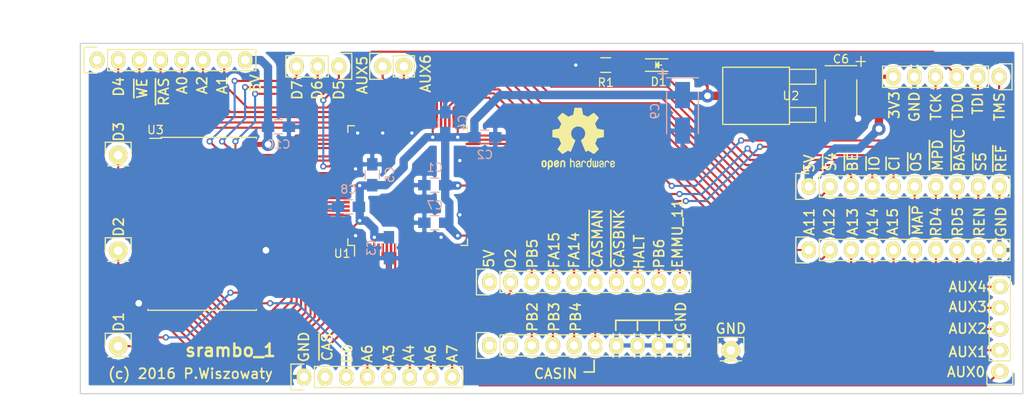
<source format=kicad_pcb>
(kicad_pcb (version 4) (host pcbnew 4.0.4-1.fc24-product)
  (layers (0 F.Cu signal) (31 B.Cu signal) (34 B.Paste user) (35 F.Paste user) (36 B.SilkS user) (37 F.SilkS user) (38 B.Mask user) (39 F.Mask user) (44 Edge.Cuts user))
  (net 0 "")
  (net 1 +3V3)
  (net 2 GND)
  (net 3 +5V)
  (net 4 +5VD)
  (net 5 /TMS)
  (net 6 /TDI)
  (net 7 /TDO)
  (net 8 /TCK)
  (net 9 /AUX5)
  (net 10 /AUX6)
  (net 11 /AUX0)
  (net 12 /AUX1)
  (net 13 /AUX2)
  (net 14 /AUX3)
  (net 15 /AUX4)
  (net 16 /DATA5)
  (net 17 /DATA6)
  (net 18 /DATA7)
  (net 19 /DATA1)
  (net 20 /DATA2)
  (net 21 /DATA3)
  (net 22 "Net-(P9-Pad1)")
  (net 23 /DATA4)
  (net 24 /~WE)
  (net 25 /~RAS)
  (net 26 /A0)
  (net 27 /A2)
  (net 28 /A1)
  (net 29 /EMMU_A14)
  (net 30 /EMMU_A15)
  (net 31 /PB2)
  (net 32 /PB3)
  (net 33 /PB4)
  (net 34 /CASIN)
  (net 35 /A11)
  (net 36 /A12)
  (net 37 /A13)
  (net 38 /A14)
  (net 39 /A15)
  (net 40 /~MAP)
  (net 41 /RD4)
  (net 42 /RD5)
  (net 43 /REN)
  (net 44 /~CAS)
  (net 45 /DATA0)
  (net 46 /A6)
  (net 47 /A3)
  (net 48 /A4)
  (net 49 /A5)
  (net 50 /A7)
  (net 51 /EMMU_5V)
  (net 52 /O2)
  (net 53 /PB5)
  (net 54 /FA15)
  (net 55 /FA14)
  (net 56 /~CASMAN)
  (net 57 /~CASBNK)
  (net 58 /HALT)
  (net 59 /PB6)
  (net 60 /EMMU_11)
  (net 61 /~S4)
  (net 62 /~BE)
  (net 63 /~IO)
  (net 64 /~CI)
  (net 65 /~OS)
  (net 66 /~MPD)
  (net 67 /~BASIC)
  (net 68 /~S5)
  (net 69 /~REF)
  (net 70 /RAM_A18)
  (net 71 /RAM_A16)
  (net 72 /RAM_A14)
  (net 73 /RAM_A12)
  (net 74 /RAM_A7)
  (net 75 /RAM_A6)
  (net 76 /RAM_A5)
  (net 77 /RAM_A4)
  (net 78 /RAM_A3)
  (net 79 /RAM_A2)
  (net 80 /RAM_A1)
  (net 81 /RAM_A0)
  (net 82 /RAM_A10)
  (net 83 /~RAM_OE)
  (net 84 /RAM_A11)
  (net 85 /RAM_A9)
  (net 86 /RAM_A8)
  (net 87 /RAM_A13)
  (net 88 /~RAM_WE)
  (net 89 /RAM_A17)
  (net 90 /RAM_A15)
  (net 91 "Net-(U1-Pad16)")
  (net 92 "Net-(U1-Pad72)")
  (net 93 "Net-(U1-Pad74)")
  (net 94 "Net-(D1-Pad1)")
  (module Housings_QFP:TQFP-100_14x14mm_Pitch0.5mm (layer F.Cu) (at 89.25 67.05 90)
    (fp_text reference U1 (at -8.15 -7.85 180) (layer F.SilkS))
    (fp_text value XC9572XL-TQ100)
    (pad 1 smd rect (at -7.7 -6 90) (size 1.5 0.3) (layers F.Cu F.Paste F.Mask) (net 80 /RAM_A1))
    (pad 2 smd rect (at -7.7 -5.5 90) (size 1.5 0.3) (layers F.Cu F.Paste F.Mask))
    (pad 3 smd rect (at -7.7 -5 90) (size 1.5 0.3) (layers F.Cu F.Paste F.Mask) (net 81 /RAM_A0))
    (pad 4 smd rect (at -7.7 -4.5 90) (size 1.5 0.3) (layers F.Cu F.Paste F.Mask) (net 46 /A6))
    (pad 5 smd rect (at -7.7 -4 90) (size 1.5 0.3) (layers F.Cu F.Paste F.Mask) (net 1 +3V3))
    (pad 6 smd rect (at -7.7 -3.5 90) (size 1.5 0.3) (layers F.Cu F.Paste F.Mask) (net 47 /A3))
    (pad 7 smd rect (at -7.7 -3 90) (size 1.5 0.3) (layers F.Cu F.Paste F.Mask))
    (pad 8 smd rect (at -7.7 -2.5 90) (size 1.5 0.3) (layers F.Cu F.Paste F.Mask) (net 48 /A4))
    (pad 9 smd rect (at -7.7 -2 90) (size 1.5 0.3) (layers F.Cu F.Paste F.Mask) (net 49 /A5))
    (pad 10 smd rect (at -7.7 -1.5 90) (size 1.5 0.3) (layers F.Cu F.Paste F.Mask) (net 50 /A7))
    (pad 11 smd rect (at -7.7 -1 90) (size 1.5 0.3) (layers F.Cu F.Paste F.Mask) (net 11 /AUX0))
    (pad 12 smd rect (at -7.7 -0.5 90) (size 1.5 0.3) (layers F.Cu F.Paste F.Mask) (net 12 /AUX1))
    (pad 13 smd rect (at -7.7 0 90) (size 1.5 0.3) (layers F.Cu F.Paste F.Mask) (net 13 /AUX2))
    (pad 14 smd rect (at -7.7 0.5 90) (size 1.5 0.3) (layers F.Cu F.Paste F.Mask) (net 14 /AUX3))
    (pad 15 smd rect (at -7.7 1 90) (size 1.5 0.3) (layers F.Cu F.Paste F.Mask) (net 15 /AUX4))
    (pad 16 smd rect (at -7.7 1.5 90) (size 1.5 0.3) (layers F.Cu F.Paste F.Mask) (net 91 "Net-(U1-Pad16)"))
    (pad 17 smd rect (at -7.7 2 90) (size 1.5 0.3) (layers F.Cu F.Paste F.Mask) (net 31 /PB2))
    (pad 18 smd rect (at -7.7 2.5 90) (size 1.5 0.3) (layers F.Cu F.Paste F.Mask) (net 32 /PB3))
    (pad 19 smd rect (at -7.7 3 90) (size 1.5 0.3) (layers F.Cu F.Paste F.Mask))
    (pad 20 smd rect (at -7.7 3.5 90) (size 1.5 0.3) (layers F.Cu F.Paste F.Mask) (net 33 /PB4))
    (pad 21 smd rect (at -7.7 4 90) (size 1.5 0.3) (layers F.Cu F.Paste F.Mask) (net 2 GND))
    (pad 22 smd rect (at -7.7 4.5 90) (size 1.5 0.3) (layers F.Cu F.Paste F.Mask) (net 34 /CASIN))
    (pad 23 smd rect (at -7.7 5 90) (size 1.5 0.3) (layers F.Cu F.Paste F.Mask) (net 52 /O2))
    (pad 24 smd rect (at -7.7 5.5 90) (size 1.5 0.3) (layers F.Cu F.Paste F.Mask))
    (pad 25 smd rect (at -7.7 6 90) (size 1.5 0.3) (layers F.Cu F.Paste F.Mask) (net 53 /PB5))
    (pad 26 smd rect (at -6 7.7 180) (size 1.5 0.3) (layers F.Cu F.Paste F.Mask) (net 1 +3V3))
    (pad 27 smd rect (at -5.5 7.7 180) (size 1.5 0.3) (layers F.Cu F.Paste F.Mask) (net 54 /FA15))
    (pad 28 smd rect (at -5 7.7 180) (size 1.5 0.3) (layers F.Cu F.Paste F.Mask) (net 55 /FA14))
    (pad 29 smd rect (at -4.5 7.7 180) (size 1.5 0.3) (layers F.Cu F.Paste F.Mask) (net 56 /~CASMAN))
    (pad 30 smd rect (at -4 7.7 180) (size 1.5 0.3) (layers F.Cu F.Paste F.Mask) (net 57 /~CASBNK))
    (pad 31 smd rect (at -3.5 7.7 180) (size 1.5 0.3) (layers F.Cu F.Paste F.Mask) (net 2 GND))
    (pad 32 smd rect (at -3 7.7 180) (size 1.5 0.3) (layers F.Cu F.Paste F.Mask) (net 58 /HALT))
    (pad 33 smd rect (at -2.5 7.7 180) (size 1.5 0.3) (layers F.Cu F.Paste F.Mask) (net 59 /PB6))
    (pad 34 smd rect (at -2 7.7 180) (size 1.5 0.3) (layers F.Cu F.Paste F.Mask))
    (pad 35 smd rect (at -1.5 7.7 180) (size 1.5 0.3) (layers F.Cu F.Paste F.Mask) (net 60 /EMMU_11))
    (pad 36 smd rect (at -1 7.7 180) (size 1.5 0.3) (layers F.Cu F.Paste F.Mask) (net 43 /REN))
    (pad 37 smd rect (at -0.5 7.7 180) (size 1.5 0.3) (layers F.Cu F.Paste F.Mask) (net 42 /RD5))
    (pad 38 smd rect (at 0 7.7 180) (size 1.5 0.3) (layers F.Cu F.Paste F.Mask) (net 1 +3V3))
    (pad 39 smd rect (at 0.5 7.7 180) (size 1.5 0.3) (layers F.Cu F.Paste F.Mask) (net 41 /RD4))
    (pad 40 smd rect (at 1 7.7 180) (size 1.5 0.3) (layers F.Cu F.Paste F.Mask) (net 40 /~MAP))
    (pad 41 smd rect (at 1.5 7.7 180) (size 1.5 0.3) (layers F.Cu F.Paste F.Mask) (net 39 /A15))
    (pad 42 smd rect (at 2 7.7 180) (size 1.5 0.3) (layers F.Cu F.Paste F.Mask) (net 38 /A14))
    (pad 43 smd rect (at 2.5 7.7 180) (size 1.5 0.3) (layers F.Cu F.Paste F.Mask))
    (pad 44 smd rect (at 3 7.7 180) (size 1.5 0.3) (layers F.Cu F.Paste F.Mask) (net 2 GND))
    (pad 45 smd rect (at 3.5 7.7 180) (size 1.5 0.3) (layers F.Cu F.Paste F.Mask) (net 6 /TDI))
    (pad 46 smd rect (at 4 7.7 180) (size 1.5 0.3) (layers F.Cu F.Paste F.Mask))
    (pad 47 smd rect (at 4.5 7.7 180) (size 1.5 0.3) (layers F.Cu F.Paste F.Mask) (net 5 /TMS))
    (pad 48 smd rect (at 5 7.7 180) (size 1.5 0.3) (layers F.Cu F.Paste F.Mask) (net 8 /TCK))
    (pad 49 smd rect (at 5.5 7.7 180) (size 1.5 0.3) (layers F.Cu F.Paste F.Mask) (net 37 /A13))
    (pad 50 smd rect (at 6 7.7 180) (size 1.5 0.3) (layers F.Cu F.Paste F.Mask) (net 36 /A12))
    (pad 51 smd rect (at 7.7 6 90) (size 1.5 0.3) (layers F.Cu F.Paste F.Mask) (net 1 +3V3))
    (pad 52 smd rect (at 7.7 5.5 90) (size 1.5 0.3) (layers F.Cu F.Paste F.Mask) (net 35 /A11))
    (pad 53 smd rect (at 7.7 5 90) (size 1.5 0.3) (layers F.Cu F.Paste F.Mask) (net 69 /~REF))
    (pad 54 smd rect (at 7.7 4.5 90) (size 1.5 0.3) (layers F.Cu F.Paste F.Mask) (net 68 /~S5))
    (pad 55 smd rect (at 7.7 4 90) (size 1.5 0.3) (layers F.Cu F.Paste F.Mask) (net 67 /~BASIC))
    (pad 56 smd rect (at 7.7 3.5 90) (size 1.5 0.3) (layers F.Cu F.Paste F.Mask) (net 66 /~MPD))
    (pad 57 smd rect (at 7.7 3 90) (size 1.5 0.3) (layers F.Cu F.Paste F.Mask) (net 1 +3V3))
    (pad 58 smd rect (at 7.7 2.5 90) (size 1.5 0.3) (layers F.Cu F.Paste F.Mask) (net 65 /~OS))
    (pad 59 smd rect (at 7.7 2 90) (size 1.5 0.3) (layers F.Cu F.Paste F.Mask) (net 61 /~S4))
    (pad 60 smd rect (at 7.7 1.5 90) (size 1.5 0.3) (layers F.Cu F.Paste F.Mask) (net 62 /~BE))
    (pad 61 smd rect (at 7.7 1 90) (size 1.5 0.3) (layers F.Cu F.Paste F.Mask) (net 63 /~IO))
    (pad 62 smd rect (at 7.7 0.5 90) (size 1.5 0.3) (layers F.Cu F.Paste F.Mask) (net 2 GND))
    (pad 63 smd rect (at 7.7 0 90) (size 1.5 0.3) (layers F.Cu F.Paste F.Mask) (net 64 /~CI))
    (pad 64 smd rect (at 7.7 -0.5 90) (size 1.5 0.3) (layers F.Cu F.Paste F.Mask) (net 10 /AUX6))
    (pad 65 smd rect (at 7.7 -1 90) (size 1.5 0.3) (layers F.Cu F.Paste F.Mask) (net 9 /AUX5))
    (pad 66 smd rect (at 7.7 -1.5 90) (size 1.5 0.3) (layers F.Cu F.Paste F.Mask) (net 28 /A1))
    (pad 67 smd rect (at 7.7 -2 90) (size 1.5 0.3) (layers F.Cu F.Paste F.Mask) (net 27 /A2))
    (pad 68 smd rect (at 7.7 -2.5 90) (size 1.5 0.3) (layers F.Cu F.Paste F.Mask) (net 26 /A0))
    (pad 69 smd rect (at 7.7 -3 90) (size 1.5 0.3) (layers F.Cu F.Paste F.Mask) (net 2 GND))
    (pad 70 smd rect (at 7.7 -3.5 90) (size 1.5 0.3) (layers F.Cu F.Paste F.Mask) (net 25 /~RAS))
    (pad 71 smd rect (at 7.7 -4 90) (size 1.5 0.3) (layers F.Cu F.Paste F.Mask) (net 24 /~WE))
    (pad 72 smd rect (at 7.7 -4.5 90) (size 1.5 0.3) (layers F.Cu F.Paste F.Mask) (net 92 "Net-(U1-Pad72)"))
    (pad 73 smd rect (at 7.7 -5 90) (size 1.5 0.3) (layers F.Cu F.Paste F.Mask))
    (pad 74 smd rect (at 7.7 -5.5 90) (size 1.5 0.3) (layers F.Cu F.Paste F.Mask) (net 93 "Net-(U1-Pad74)"))
    (pad 75 smd rect (at 7.7 -6 90) (size 1.5 0.3) (layers F.Cu F.Paste F.Mask) (net 2 GND))
    (pad 76 smd rect (at 6 -7.7 180) (size 1.5 0.3) (layers F.Cu F.Paste F.Mask) (net 90 /RAM_A15))
    (pad 77 smd rect (at 5.5 -7.7 180) (size 1.5 0.3) (layers F.Cu F.Paste F.Mask) (net 89 /RAM_A17))
    (pad 78 smd rect (at 5 -7.7 180) (size 1.5 0.3) (layers F.Cu F.Paste F.Mask) (net 88 /~RAM_WE))
    (pad 79 smd rect (at 4.5 -7.7 180) (size 1.5 0.3) (layers F.Cu F.Paste F.Mask) (net 87 /RAM_A13))
    (pad 80 smd rect (at 4 -7.7 180) (size 1.5 0.3) (layers F.Cu F.Paste F.Mask))
    (pad 81 smd rect (at 3.5 -7.7 180) (size 1.5 0.3) (layers F.Cu F.Paste F.Mask) (net 86 /RAM_A8))
    (pad 82 smd rect (at 3 -7.7 180) (size 1.5 0.3) (layers F.Cu F.Paste F.Mask) (net 85 /RAM_A9))
    (pad 83 smd rect (at 2.5 -7.7 180) (size 1.5 0.3) (layers F.Cu F.Paste F.Mask) (net 7 /TDO))
    (pad 84 smd rect (at 2 -7.7 180) (size 1.5 0.3) (layers F.Cu F.Paste F.Mask) (net 2 GND))
    (pad 85 smd rect (at 1.5 -7.7 180) (size 1.5 0.3) (layers F.Cu F.Paste F.Mask) (net 84 /RAM_A11))
    (pad 86 smd rect (at 1 -7.7 180) (size 1.5 0.3) (layers F.Cu F.Paste F.Mask) (net 83 /~RAM_OE))
    (pad 87 smd rect (at 0.5 -7.7 180) (size 1.5 0.3) (layers F.Cu F.Paste F.Mask) (net 82 /RAM_A10))
    (pad 88 smd rect (at 0 -7.7 180) (size 1.5 0.3) (layers F.Cu F.Paste F.Mask) (net 1 +3V3))
    (pad 89 smd rect (at -0.5 -7.7 180) (size 1.5 0.3) (layers F.Cu F.Paste F.Mask) (net 70 /RAM_A18))
    (pad 90 smd rect (at -1 -7.7 180) (size 1.5 0.3) (layers F.Cu F.Paste F.Mask) (net 71 /RAM_A16))
    (pad 91 smd rect (at -1.5 -7.7 180) (size 1.5 0.3) (layers F.Cu F.Paste F.Mask) (net 72 /RAM_A14))
    (pad 92 smd rect (at -2 -7.7 180) (size 1.5 0.3) (layers F.Cu F.Paste F.Mask) (net 73 /RAM_A12))
    (pad 93 smd rect (at -2.5 -7.7 180) (size 1.5 0.3) (layers F.Cu F.Paste F.Mask) (net 74 /RAM_A7))
    (pad 94 smd rect (at -3 -7.7 180) (size 1.5 0.3) (layers F.Cu F.Paste F.Mask) (net 75 /RAM_A6))
    (pad 95 smd rect (at -3.5 -7.7 180) (size 1.5 0.3) (layers F.Cu F.Paste F.Mask) (net 76 /RAM_A5))
    (pad 96 smd rect (at -4 -7.7 180) (size 1.5 0.3) (layers F.Cu F.Paste F.Mask) (net 77 /RAM_A4))
    (pad 97 smd rect (at -4.5 -7.7 180) (size 1.5 0.3) (layers F.Cu F.Paste F.Mask) (net 78 /RAM_A3))
    (pad 98 smd rect (at -5 -7.7 180) (size 1.5 0.3) (layers F.Cu F.Paste F.Mask) (net 1 +3V3))
    (pad 99 smd rect (at -5.5 -7.7 180) (size 1.5 0.3) (layers F.Cu F.Paste F.Mask) (net 79 /RAM_A2))
    (pad 100 smd rect (at -6 -7.7 180) (size 1.5 0.3) (layers F.Cu F.Paste F.Mask) (net 2 GND))
  )
  (module TO_SOT_Packages_SMD:TO-252-2Lead (layer F.Cu) (at 136.55 56.286 90)
    (fp_text reference U2 (at 0 -1.35 180) (layer F.SilkS))
    (fp_text value AP1117E33)
    (pad 1 smd rect (at -2.286 0 90) (size 1.651 3.048) (layers F.Cu F.Paste F.Mask) (net 2 GND))
    (pad 2 smd rect (at 0 -6.35 90) (size 6.096 6.096) (layers F.Cu F.Paste F.Mask) (net 1 +3V3))
    (pad 3 smd rect (at 2.286 0 90) (size 1.651 3.048) (layers F.Cu F.Paste F.Mask) (net 3 +5V))
  )
  (module Capacitors_Tantalum_SMD:TantalC_SizeB_EIA-3528_HandSoldering (layer F.Cu) (at 141.2 56.87402 270)
    (fp_text reference C6 (at -5 0 360) (layer F.SilkS))
    (fp_text value "10 uF")
    (pad 2 smd rect (at 2.12598 0 270) (size 3.1496 1.80086) (layers F.Cu F.Paste F.Mask) (net 2 GND))
    (pad 1 smd rect (at -2.12598 0 270) (size 3.1496 1.80086) (layers F.Cu F.Paste F.Mask) (net 3 +5V))
  )
  (module Capacitors_SMD:C_0805_HandSoldering (layer B.Cu) (at 92.5 67 180)
    (fp_text reference C1 (at 0 2.1 180) (layer B.SilkS) (effects (justify mirror)))
    (fp_text value "100 nF")
    (pad 1 smd rect (at -1.25 0 180) (size 1.5 1.25) (layers B.Cu B.Paste B.Mask) (net 1 +3V3))
    (pad 2 smd rect (at 1.25 0 180) (size 1.5 1.25) (layers B.Cu B.Paste B.Mask) (net 2 GND))
  )
  (module Capacitors_SMD:C_0805_HandSoldering (layer B.Cu) (at 98.5 61.25)
    (fp_text reference C2 (at 0 2.1) (layer B.SilkS) (effects (justify mirror)))
    (fp_text value "100 nF")
    (pad 1 smd rect (at -1.25 0) (size 1.5 1.25) (layers B.Cu B.Paste B.Mask) (net 1 +3V3))
    (pad 2 smd rect (at 1.25 0) (size 1.5 1.25) (layers B.Cu B.Paste B.Mask) (net 2 GND))
  )
  (module Capacitors_SMD:C_0805_HandSoldering (layer B.Cu) (at 87 74.5 270)
    (fp_text reference C3 (at 0 2.1 270) (layer B.SilkS) (effects (justify mirror)))
    (fp_text value "100 nF")
    (pad 1 smd rect (at -1.25 0 270) (size 1.5 1.25) (layers B.Cu B.Paste B.Mask) (net 1 +3V3))
    (pad 2 smd rect (at 1.25 0 270) (size 1.5 1.25) (layers B.Cu B.Paste B.Mask) (net 2 GND))
  )
  (module Capacitors_SMD:C_0805_HandSoldering (layer B.Cu) (at 93.75 59.5 90)
    (fp_text reference C4 (at 0 2.1 90) (layer B.SilkS) (effects (justify mirror)))
    (fp_text value "100 nF")
    (pad 1 smd rect (at -1.25 0 90) (size 1.5 1.25) (layers B.Cu B.Paste B.Mask) (net 1 +3V3))
    (pad 2 smd rect (at 1.25 0 90) (size 1.5 1.25) (layers B.Cu B.Paste B.Mask) (net 2 GND))
  )
  (module Capacitors_SMD:C_0805_HandSoldering (layer B.Cu) (at 85 65.75 90)
    (fp_text reference C5 (at 0 2.1 90) (layer B.SilkS) (effects (justify mirror)))
    (fp_text value "100 nF")
    (pad 1 smd rect (at -1.25 0 90) (size 1.5 1.25) (layers B.Cu B.Paste B.Mask) (net 1 +3V3))
    (pad 2 smd rect (at 1.25 0 90) (size 1.5 1.25) (layers B.Cu B.Paste B.Mask) (net 2 GND))
  )
  (module Capacitors_SMD:C_0805_HandSoldering (layer B.Cu) (at 92.5 71.5 180)
    (fp_text reference C7 (at 0 2.1 180) (layer B.SilkS) (effects (justify mirror)))
    (fp_text value "100 nF")
    (pad 1 smd rect (at -1.25 0 180) (size 1.5 1.25) (layers B.Cu B.Paste B.Mask) (net 1 +3V3))
    (pad 2 smd rect (at 1.25 0 180) (size 1.5 1.25) (layers B.Cu B.Paste B.Mask) (net 2 GND))
  )
  (module Capacitors_SMD:C_0805_HandSoldering (layer B.Cu) (at 82.15 69.6 180)
    (fp_text reference C8 (at 0 2.1 180) (layer B.SilkS) (effects (justify mirror)))
    (fp_text value "100 nF")
    (pad 1 smd rect (at -1.25 0 180) (size 1.5 1.25) (layers B.Cu B.Paste B.Mask) (net 1 +3V3))
    (pad 2 smd rect (at 1.25 0 180) (size 1.5 1.25) (layers B.Cu B.Paste B.Mask) (net 2 GND))
  )
  (module Capacitors_Tantalum_SMD:TantalC_SizeB_EIA-3528_HandSoldering (layer B.Cu) (at 122.2 58.32598 270)
    (fp_text reference C9 (at -0.20066 3.29946 270) (layer B.SilkS) (effects (justify mirror)))
    (fp_text value "10 uF")
    (fp_text user + (at -4.70154 2.4003 270) (layer B.SilkS) (effects (justify mirror)))
    (pad 2 smd rect (at 2.12598 0 270) (size 3.1496 1.80086) (layers B.Cu B.Paste B.Mask) (net 2 GND))
    (pad 1 smd rect (at -2.12598 0 270) (size 3.1496 1.80086) (layers B.Cu B.Paste B.Mask) (net 1 +3V3))
  )
  (module Capacitors_SMD:C_0805_HandSoldering (layer B.Cu) (at 73.75 60)
    (fp_text reference C10 (at 0 2.1) (layer B.SilkS) (effects (justify mirror)))
    (fp_text value "100 nF")
    (pad 1 smd rect (at -1.25 0) (size 1.5 1.25) (layers B.Cu B.Paste B.Mask) (net 4 +5VD))
    (pad 2 smd rect (at 1.25 0) (size 1.5 1.25) (layers B.Cu B.Paste B.Mask) (net 2 GND))
  )
  (module Pin_Headers:Pin_Header_Straight_1x06 (layer F.Cu) (at 160.16 54 270)
    (fp_text reference P1 hide)
    (fp_text value JTAG)
    (pad 1 thru_hole oval (at 0 0 270) (size 2.032 1.7272) (drill 1.016) (layers *.Cu *.Mask F.SilkS) (net 5 /TMS))
    (pad 2 thru_hole oval (at 0 2.54 270) (size 2.032 1.7272) (drill 1.016) (layers *.Cu *.Mask F.SilkS) (net 6 /TDI))
    (pad 3 thru_hole oval (at 0 5.08 270) (size 2.032 1.7272) (drill 1.016) (layers *.Cu *.Mask F.SilkS) (net 7 /TDO))
    (pad 4 thru_hole oval (at 0 7.62 270) (size 2.032 1.7272) (drill 1.016) (layers *.Cu *.Mask F.SilkS) (net 8 /TCK))
    (pad 5 thru_hole oval (at 0 10.16 270) (size 2.032 1.7272) (drill 1.016) (layers *.Cu *.Mask F.SilkS) (net 2 GND))
    (pad 6 thru_hole oval (at 0 12.7 270) (size 2.032 1.7272) (drill 1.016) (layers *.Cu *.Mask F.SilkS) (net 1 +3V3))
  )
  (module Pin_Headers:Pin_Header_Straight_1x01 (layer F.Cu) (at 128 86.8)
    (fp_text reference P2 hide)
    (fp_text value GND)
    (pad 1 thru_hole circle (at 0 0) (size 2.2352 2.2352) (drill 1.016) (layers *.Cu *.Mask F.SilkS) (net 2 GND))
  )
  (module Pin_Headers:Pin_Header_Straight_1x02 (layer F.Cu) (at 86.25 52.75 90)
    (fp_text reference P3 hide)
    (fp_text value AUX_B)
    (pad 1 thru_hole oval (at 0 0 90) (size 2.032 2.032) (drill 1.016) (layers *.Cu *.Mask F.SilkS) (net 9 /AUX5))
    (pad 2 thru_hole oval (at 0 2.54 90) (size 2.032 2.032) (drill 1.016) (layers *.Cu *.Mask F.SilkS) (net 10 /AUX6))
  )
  (module Pin_Headers:Pin_Header_Straight_1x05 (layer F.Cu) (at 160.25 89.33 180)
    (fp_text reference P4 hide)
    (fp_text value AUX_A)
    (pad 1 thru_hole oval (at 0 0 180) (size 2.032 1.7272) (drill 1.016) (layers *.Cu *.Mask F.SilkS) (net 11 /AUX0))
    (pad 2 thru_hole oval (at 0 2.54 180) (size 2.032 1.7272) (drill 1.016) (layers *.Cu *.Mask F.SilkS) (net 12 /AUX1))
    (pad 3 thru_hole oval (at 0 5.08 180) (size 2.032 1.7272) (drill 1.016) (layers *.Cu *.Mask F.SilkS) (net 13 /AUX2))
    (pad 4 thru_hole oval (at 0 7.62 180) (size 2.032 1.7272) (drill 1.016) (layers *.Cu *.Mask F.SilkS) (net 14 /AUX3))
    (pad 5 thru_hole oval (at 0 10.16 180) (size 2.032 1.7272) (drill 1.016) (layers *.Cu *.Mask F.SilkS) (net 15 /AUX4))
  )
  (module Pin_Headers:Pin_Header_Straight_1x03 (layer F.Cu) (at 81 52.75 270)
    (fp_text reference P5 hide)
    (fp_text value DATA5-7)
    (pad 1 thru_hole oval (at 0 0 270) (size 2.032 1.7272) (drill 1.016) (layers *.Cu *.Mask F.SilkS) (net 16 /DATA5))
    (pad 2 thru_hole oval (at 0 2.54 270) (size 2.032 1.7272) (drill 1.016) (layers *.Cu *.Mask F.SilkS) (net 17 /DATA6))
    (pad 3 thru_hole oval (at 0 5.08 270) (size 2.032 1.7272) (drill 1.016) (layers *.Cu *.Mask F.SilkS) (net 18 /DATA7))
  )
  (module Pin_Headers:Pin_Header_Straight_1x01 (layer F.Cu) (at 54.54 86.3)
    (fp_text reference P6 hide)
    (fp_text value DATA1)
    (pad 1 thru_hole oval (at 0 0) (size 2.2352 2.2352) (drill 1.016) (layers *.Cu *.Mask F.SilkS) (net 19 /DATA1))
  )
  (module Pin_Headers:Pin_Header_Straight_1x01 (layer F.Cu) (at 54.54 74.86)
    (fp_text reference P7 hide)
    (fp_text value DATA2)
    (pad 1 thru_hole oval (at 0 0) (size 2.2352 2.2352) (drill 1.016) (layers *.Cu *.Mask F.SilkS) (net 20 /DATA2))
  )
  (module Pin_Headers:Pin_Header_Straight_1x01 (layer F.Cu) (at 54.54 63.4)
    (fp_text reference P8 hide)
    (fp_text value DATA3)
    (pad 1 thru_hole oval (at 0 0) (size 2.2352 2.2352) (drill 1.016) (layers *.Cu *.Mask F.SilkS) (net 21 /DATA3))
  )
  (module Pin_Headers:Pin_Header_Straight_1x08 (layer F.Cu) (at 52 52 90)
    (fp_text reference P9 hide)
    (fp_text value DRAM_LEFT)
    (pad 1 thru_hole oval (at 0 0 90) (size 2.032 1.7272) (drill 1.016) (layers *.Cu *.Mask F.SilkS) (net 22 "Net-(P9-Pad1)"))
    (pad 2 thru_hole oval (at 0 2.54 90) (size 2.032 1.7272) (drill 1.016) (layers *.Cu *.Mask F.SilkS) (net 23 /DATA4))
    (pad 3 thru_hole oval (at 0 5.08 90) (size 2.032 1.7272) (drill 1.016) (layers *.Cu *.Mask F.SilkS) (net 24 /~WE))
    (pad 4 thru_hole oval (at 0 7.62 90) (size 2.032 1.7272) (drill 1.016) (layers *.Cu *.Mask F.SilkS) (net 25 /~RAS))
    (pad 5 thru_hole oval (at 0 10.16 90) (size 2.032 1.7272) (drill 1.016) (layers *.Cu *.Mask F.SilkS) (net 26 /A0))
    (pad 6 thru_hole oval (at 0 12.7 90) (size 2.032 1.7272) (drill 1.016) (layers *.Cu *.Mask F.SilkS) (net 27 /A2))
    (pad 7 thru_hole oval (at 0 15.24 90) (size 2.032 1.7272) (drill 1.016) (layers *.Cu *.Mask F.SilkS) (net 28 /A1))
    (pad 8 thru_hole oval (at 0 17.78 90) (size 2.032 1.7272) (drill 1.016) (layers *.Cu *.Mask F.SilkS) (net 4 +5VD))
  )
  (module Pin_Headers:Pin_Header_Straight_1x10 (layer F.Cu) (at 99.04 86.22 90)
    (fp_text reference P10 hide)
    (fp_text value EMMU_LEFT)
    (pad 1 thru_hole oval (at 0 0 90) (size 2.032 1.7272) (drill 1.016) (layers *.Cu *.Mask F.SilkS) (net 29 /EMMU_A14))
    (pad 2 thru_hole oval (at 0 2.54 90) (size 2.032 1.7272) (drill 1.016) (layers *.Cu *.Mask F.SilkS) (net 30 /EMMU_A15))
    (pad 3 thru_hole oval (at 0 5.08 90) (size 2.032 1.7272) (drill 1.016) (layers *.Cu *.Mask F.SilkS) (net 31 /PB2))
    (pad 4 thru_hole oval (at 0 7.62 90) (size 2.032 1.7272) (drill 1.016) (layers *.Cu *.Mask F.SilkS) (net 32 /PB3))
    (pad 5 thru_hole oval (at 0 10.16 90) (size 2.032 1.7272) (drill 1.016) (layers *.Cu *.Mask F.SilkS) (net 33 /PB4))
    (pad 6 thru_hole oval (at 0 12.7 90) (size 2.032 1.7272) (drill 1.016) (layers *.Cu *.Mask F.SilkS) (net 34 /CASIN))
    (pad 7 thru_hole oval (at 0 15.24 90) (size 2.032 1.7272) (drill 1.016) (layers *.Cu *.Mask F.SilkS) (net 2 GND))
    (pad 8 thru_hole oval (at 0 17.78 90) (size 2.032 1.7272) (drill 1.016) (layers *.Cu *.Mask F.SilkS) (net 2 GND))
    (pad 9 thru_hole oval (at 0 20.32 90) (size 2.032 1.7272) (drill 1.016) (layers *.Cu *.Mask F.SilkS) (net 2 GND))
    (pad 10 thru_hole oval (at 0 22.86 90) (size 2.032 1.7272) (drill 1.016) (layers *.Cu *.Mask F.SilkS) (net 2 GND))
  )
  (module Pin_Headers:Pin_Header_Straight_1x10 (layer F.Cu) (at 137.34 74.77 90)
    (fp_text reference P11 hide)
    (fp_text value MMU_LEFT)
    (pad 1 thru_hole oval (at 0 0 90) (size 2.032 1.7272) (drill 1.016) (layers *.Cu *.Mask F.SilkS) (net 35 /A11))
    (pad 2 thru_hole oval (at 0 2.54 90) (size 2.032 1.7272) (drill 1.016) (layers *.Cu *.Mask F.SilkS) (net 36 /A12))
    (pad 3 thru_hole oval (at 0 5.08 90) (size 2.032 1.7272) (drill 1.016) (layers *.Cu *.Mask F.SilkS) (net 37 /A13))
    (pad 4 thru_hole oval (at 0 7.62 90) (size 2.032 1.7272) (drill 1.016) (layers *.Cu *.Mask F.SilkS) (net 38 /A14))
    (pad 5 thru_hole oval (at 0 10.16 90) (size 2.032 1.7272) (drill 1.016) (layers *.Cu *.Mask F.SilkS) (net 39 /A15))
    (pad 6 thru_hole oval (at 0 12.7 90) (size 2.032 1.7272) (drill 1.016) (layers *.Cu *.Mask F.SilkS) (net 40 /~MAP))
    (pad 7 thru_hole oval (at 0 15.24 90) (size 2.032 1.7272) (drill 1.016) (layers *.Cu *.Mask F.SilkS) (net 41 /RD4))
    (pad 8 thru_hole oval (at 0 17.78 90) (size 2.032 1.7272) (drill 1.016) (layers *.Cu *.Mask F.SilkS) (net 42 /RD5))
    (pad 9 thru_hole oval (at 0 20.32 90) (size 2.032 1.7272) (drill 1.016) (layers *.Cu *.Mask F.SilkS) (net 43 /REN))
    (pad 10 thru_hole oval (at 0 22.86 90) (size 2.032 1.7272) (drill 1.016) (layers *.Cu *.Mask F.SilkS) (net 2 GND))
  )
  (module Pin_Headers:Pin_Header_Straight_1x08 (layer F.Cu) (at 76.8 90 90)
    (fp_text reference P12 hide)
    (fp_text value DRAM_RIGHT)
    (pad 1 thru_hole oval (at 0 0 90) (size 2.032 1.7272) (drill 1.016) (layers *.Cu *.Mask F.SilkS) (net 2 GND))
    (pad 2 thru_hole oval (at 0 2.54 90) (size 2.032 1.7272) (drill 1.016) (layers *.Cu *.Mask F.SilkS) (net 44 /~CAS))
    (pad 3 thru_hole oval (at 0 5.08 90) (size 2.032 1.7272) (drill 1.016) (layers *.Cu *.Mask F.SilkS) (net 45 /DATA0))
    (pad 4 thru_hole oval (at 0 7.62 90) (size 2.032 1.7272) (drill 1.016) (layers *.Cu *.Mask F.SilkS) (net 46 /A6))
    (pad 5 thru_hole oval (at 0 10.16 90) (size 2.032 1.7272) (drill 1.016) (layers *.Cu *.Mask F.SilkS) (net 47 /A3))
    (pad 6 thru_hole oval (at 0 12.7 90) (size 2.032 1.7272) (drill 1.016) (layers *.Cu *.Mask F.SilkS) (net 48 /A4))
    (pad 7 thru_hole oval (at 0 15.24 90) (size 2.032 1.7272) (drill 1.016) (layers *.Cu *.Mask F.SilkS) (net 49 /A5))
    (pad 8 thru_hole oval (at 0 17.78 90) (size 2.032 1.7272) (drill 1.016) (layers *.Cu *.Mask F.SilkS) (net 50 /A7))
  )
  (module Pin_Headers:Pin_Header_Straight_1x10 (layer F.Cu) (at 99.04 78.6 90)
    (fp_text reference P13 hide)
    (fp_text value EMMU_RIGHT)
    (pad 1 thru_hole oval (at 0 0 90) (size 2.032 1.7272) (drill 1.016) (layers *.Cu *.Mask F.SilkS) (net 51 /EMMU_5V))
    (pad 2 thru_hole oval (at 0 2.54 90) (size 2.032 1.7272) (drill 1.016) (layers *.Cu *.Mask F.SilkS) (net 52 /O2))
    (pad 3 thru_hole oval (at 0 5.08 90) (size 2.032 1.7272) (drill 1.016) (layers *.Cu *.Mask F.SilkS) (net 53 /PB5))
    (pad 4 thru_hole oval (at 0 7.62 90) (size 2.032 1.7272) (drill 1.016) (layers *.Cu *.Mask F.SilkS) (net 54 /FA15))
    (pad 5 thru_hole oval (at 0 10.16 90) (size 2.032 1.7272) (drill 1.016) (layers *.Cu *.Mask F.SilkS) (net 55 /FA14))
    (pad 6 thru_hole oval (at 0 12.7 90) (size 2.032 1.7272) (drill 1.016) (layers *.Cu *.Mask F.SilkS) (net 56 /~CASMAN))
    (pad 7 thru_hole oval (at 0 15.24 90) (size 2.032 1.7272) (drill 1.016) (layers *.Cu *.Mask F.SilkS) (net 57 /~CASBNK))
    (pad 8 thru_hole oval (at 0 17.78 90) (size 2.032 1.7272) (drill 1.016) (layers *.Cu *.Mask F.SilkS) (net 58 /HALT))
    (pad 9 thru_hole oval (at 0 20.32 90) (size 2.032 1.7272) (drill 1.016) (layers *.Cu *.Mask F.SilkS) (net 59 /PB6))
    (pad 10 thru_hole oval (at 0 22.86 90) (size 2.032 1.7272) (drill 1.016) (layers *.Cu *.Mask F.SilkS) (net 60 /EMMU_11))
  )
  (module Pin_Headers:Pin_Header_Straight_1x10 (layer F.Cu) (at 137.34 67.15 90)
    (fp_text reference P14 hide)
    (fp_text value MMU_RIGHT)
    (pad 1 thru_hole oval (at 0 0 90) (size 2.032 1.7272) (drill 1.016) (layers *.Cu *.Mask F.SilkS) (net 3 +5V))
    (pad 2 thru_hole oval (at 0 2.54 90) (size 2.032 1.7272) (drill 1.016) (layers *.Cu *.Mask F.SilkS) (net 61 /~S4))
    (pad 3 thru_hole oval (at 0 5.08 90) (size 2.032 1.7272) (drill 1.016) (layers *.Cu *.Mask F.SilkS) (net 62 /~BE))
    (pad 4 thru_hole oval (at 0 7.62 90) (size 2.032 1.7272) (drill 1.016) (layers *.Cu *.Mask F.SilkS) (net 63 /~IO))
    (pad 5 thru_hole oval (at 0 10.16 90) (size 2.032 1.7272) (drill 1.016) (layers *.Cu *.Mask F.SilkS) (net 64 /~CI))
    (pad 6 thru_hole oval (at 0 12.7 90) (size 2.032 1.7272) (drill 1.016) (layers *.Cu *.Mask F.SilkS) (net 65 /~OS))
    (pad 7 thru_hole oval (at 0 15.24 90) (size 2.032 1.7272) (drill 1.016) (layers *.Cu *.Mask F.SilkS) (net 66 /~MPD))
    (pad 8 thru_hole oval (at 0 17.78 90) (size 2.032 1.7272) (drill 1.016) (layers *.Cu *.Mask F.SilkS) (net 67 /~BASIC))
    (pad 9 thru_hole oval (at 0 20.32 90) (size 2.032 1.7272) (drill 1.016) (layers *.Cu *.Mask F.SilkS) (net 68 /~S5))
    (pad 10 thru_hole oval (at 0 22.86 90) (size 2.032 1.7272) (drill 1.016) (layers *.Cu *.Mask F.SilkS) (net 69 /~REF))
  )
  (module Miscellaneous:TSOP-II-32_21.0x10.2mm_Pitch1.27mm (layer F.Cu) (at 64.6 65.92)
    (fp_text reference U3 (at -5.6 -5.55) (layer F.SilkS))
    (fp_text value AS6C4008)
    (pad 1 smd rect (at -5.6 -3.81) (size 1.6 0.6) (layers F.Cu F.Paste F.Mask) (net 70 /RAM_A18))
    (pad 2 smd rect (at -5.6 -2.54) (size 1.6 0.6) (layers F.Cu F.Paste F.Mask) (net 71 /RAM_A16))
    (pad 3 smd rect (at -5.6 -1.27) (size 1.6 0.6) (layers F.Cu F.Paste F.Mask) (net 72 /RAM_A14))
    (pad 4 smd rect (at -5.6 0) (size 1.6 0.6) (layers F.Cu F.Paste F.Mask) (net 73 /RAM_A12))
    (pad 5 smd rect (at -5.6 1.27) (size 1.6 0.6) (layers F.Cu F.Paste F.Mask) (net 74 /RAM_A7))
    (pad 6 smd rect (at -5.6 2.54) (size 1.6 0.6) (layers F.Cu F.Paste F.Mask) (net 75 /RAM_A6))
    (pad 7 smd rect (at -5.6 3.81) (size 1.6 0.6) (layers F.Cu F.Paste F.Mask) (net 76 /RAM_A5))
    (pad 8 smd rect (at -5.6 5.08) (size 1.6 0.6) (layers F.Cu F.Paste F.Mask) (net 77 /RAM_A4))
    (pad 9 smd rect (at -5.6 6.35) (size 1.6 0.6) (layers F.Cu F.Paste F.Mask) (net 78 /RAM_A3))
    (pad 10 smd rect (at -5.6 7.62) (size 1.6 0.6) (layers F.Cu F.Paste F.Mask) (net 79 /RAM_A2))
    (pad 11 smd rect (at -5.6 8.89) (size 1.6 0.6) (layers F.Cu F.Paste F.Mask) (net 80 /RAM_A1))
    (pad 12 smd rect (at -5.6 10.16) (size 1.6 0.6) (layers F.Cu F.Paste F.Mask) (net 81 /RAM_A0))
    (pad 13 smd rect (at -5.6 11.43) (size 1.6 0.6) (layers F.Cu F.Paste F.Mask) (net 21 /DATA3))
    (pad 14 smd rect (at -5.6 12.7) (size 1.6 0.6) (layers F.Cu F.Paste F.Mask) (net 20 /DATA2))
    (pad 15 smd rect (at -5.6 13.97) (size 1.6 0.6) (layers F.Cu F.Paste F.Mask) (net 23 /DATA4))
    (pad 16 smd rect (at -5.6 15.24) (size 1.6 0.6) (layers F.Cu F.Paste F.Mask) (net 2 GND))
    (pad 17 smd rect (at 5.6 15.24) (size 1.6 0.6) (layers F.Cu F.Paste F.Mask) (net 45 /DATA0))
    (pad 18 smd rect (at 5.6 13.97) (size 1.6 0.6) (layers F.Cu F.Paste F.Mask) (net 19 /DATA1))
    (pad 19 smd rect (at 5.6 12.7) (size 1.6 0.6) (layers F.Cu F.Paste F.Mask) (net 18 /DATA7))
    (pad 20 smd rect (at 5.6 11.43) (size 1.6 0.6) (layers F.Cu F.Paste F.Mask) (net 17 /DATA6))
    (pad 21 smd rect (at 5.6 10.16) (size 1.6 0.6) (layers F.Cu F.Paste F.Mask) (net 16 /DATA5))
    (pad 22 smd rect (at 5.6 8.89) (size 1.6 0.6) (layers F.Cu F.Paste F.Mask) (net 2 GND))
    (pad 23 smd rect (at 5.6 7.62) (size 1.6 0.6) (layers F.Cu F.Paste F.Mask) (net 82 /RAM_A10))
    (pad 24 smd rect (at 5.6 6.35) (size 1.6 0.6) (layers F.Cu F.Paste F.Mask) (net 83 /~RAM_OE))
    (pad 25 smd rect (at 5.6 5.08) (size 1.6 0.6) (layers F.Cu F.Paste F.Mask) (net 84 /RAM_A11))
    (pad 26 smd rect (at 5.6 3.81) (size 1.6 0.6) (layers F.Cu F.Paste F.Mask) (net 85 /RAM_A9))
    (pad 27 smd rect (at 5.6 2.54) (size 1.6 0.6) (layers F.Cu F.Paste F.Mask) (net 86 /RAM_A8))
    (pad 28 smd rect (at 5.6 1.27) (size 1.6 0.6) (layers F.Cu F.Paste F.Mask) (net 87 /RAM_A13))
    (pad 29 smd rect (at 5.6 0) (size 1.6 0.6) (layers F.Cu F.Paste F.Mask) (net 88 /~RAM_WE))
    (pad 30 smd rect (at 5.6 -1.27) (size 1.6 0.6) (layers F.Cu F.Paste F.Mask) (net 89 /RAM_A17))
    (pad 31 smd rect (at 5.6 -2.54) (size 1.6 0.6) (layers F.Cu F.Paste F.Mask) (net 90 /RAM_A15))
    (pad 32 smd rect (at 5.6 -3.81) (size 1.6 0.6) (layers F.Cu F.Paste F.Mask) (net 4 +5VD))
  )
  (module LEDs:LED_0805 (layer F.Cu) (at 119.35098 52.6)
    (fp_text reference D1 (at 0 2) (layer F.SilkS))
    (fp_text value LED)
    (pad 2 smd rect (at 1.04902 0 180) (size 1.19888 1.19888) (layers F.Cu F.Paste F.Mask) (net 1 +3V3))
    (pad 1 smd rect (at -1.04902 0 180) (size 1.19888 1.19888) (layers F.Cu F.Paste F.Mask) (net 94 "Net-(D1-Pad1)"))
  )
  (module Resistors_SMD:R_0805_HandSoldering (layer F.Cu) (at 113 52.6 180)
    (fp_text reference R1 (at 0 -2.1 180) (layer F.SilkS))
    (fp_text value 1k)
    (pad 1 smd rect (at -1.35 0 180) (size 1.5 1.3) (layers F.Cu F.Paste F.Mask) (net 94 "Net-(D1-Pad1)"))
    (pad 2 smd rect (at 1.35 0 180) (size 1.5 1.3) (layers F.Cu F.Paste F.Mask) (net 2 GND))
  )
  (module Symbols:OSHW-Logo2_9.8x8mm_SilkScreen (layer F.Cu) (at 109.69 61.43)
    (fp_text reference REF*** hide)
    (fp_text value OSHW-Logo2_9.8x8mm_SilkScreen hide)
  )
  (gr_text AUX4 (at 156.4 79.2) (layer F.SilkS) (effects (font (size 1.2 1.2) (thickness 0.2))))
  (gr_text AUX3 (at 156.4 81.6) (layer F.SilkS) (effects (font (size 1.2 1.2) (thickness 0.2))))
  (gr_text AUX2 (at 156.4 84.2) (layer F.SilkS) (effects (font (size 1.2 1.2) (thickness 0.2))))
  (gr_text AUX1 (at 156.4 87) (layer F.SilkS) (effects (font (size 1.2 1.2) (thickness 0.2))))
  (gr_text AUX0 (at 156.2 89.4) (layer F.SilkS) (effects (font (size 1.2 1.2) (thickness 0.2))))
  (gr_text A11 (at 137.4 71.4 90) (layer F.SilkS) (effects (font (size 1.2 1.2) (thickness 0.2))))
  (gr_text A12 (at 139.8 71.4 90) (layer F.SilkS) (effects (font (size 1.2 1.2) (thickness 0.2))))
  (gr_text A13 (at 142.6 71.4 90) (layer F.SilkS) (effects (font (size 1.2 1.2) (thickness 0.2))))
  (gr_text A14 (at 145 71.4 90) (layer F.SilkS) (effects (font (size 1.2 1.2) (thickness 0.2))))
  (gr_text A15 (at 147.4 71.4 90) (layer F.SilkS) (effects (font (size 1.2 1.2) (thickness 0.2))))
  (gr_text ~MAP (at 150.4 71.2 90) (layer F.SilkS) (effects (font (size 1.2 1.2) (thickness 0.2))))
  (gr_text RD4 (at 152.6 71.4 90) (layer F.SilkS) (effects (font (size 1.2 1.2) (thickness 0.2))))
  (gr_text RD5 (at 155.2 71.4 90) (layer F.SilkS) (effects (font (size 1.2 1.2) (thickness 0.2))))
  (gr_text REN (at 157.8 71.4 90) (layer F.SilkS) (effects (font (size 1.2 1.2) (thickness 0.2))))
  (gr_text GND (at 160.4 71.4 90) (layer F.SilkS) (effects (font (size 1.2 1.2) (thickness 0.2))))
  (gr_text ~REF (at 160.4 63.8 90) (layer F.SilkS) (effects (font (size 1.2 1.2) (thickness 0.2))))
  (gr_text ~S5 (at 158 64.2 90) (layer F.SilkS) (effects (font (size 1.2 1.2) (thickness 0.2))))
  (gr_text ~BASIC (at 155.4 62.8 90) (layer F.SilkS) (effects (font (size 1.2 1.2) (thickness 0.2))))
  (gr_text ~MPD (at 152.8 63.4 90) (layer F.SilkS) (effects (font (size 1.2 1.2) (thickness 0.2))))
  (gr_text ~OS (at 150.2 64.2 90) (layer F.SilkS) (effects (font (size 1.2 1.2) (thickness 0.2))))
  (gr_text ~CI (at 147.6 64.4 90) (layer F.SilkS) (effects (font (size 1.2 1.2) (thickness 0.2))))
  (gr_text ~IO (at 145.2 64.4 90) (layer F.SilkS) (effects (font (size 1.2 1.2) (thickness 0.2))))
  (gr_text ~BE (at 142.6 64.2 90) (layer F.SilkS) (effects (font (size 1.2 1.2) (thickness 0.2))))
  (gr_text ~S4 (at 140 64.2 90) (layer F.SilkS) (effects (font (size 1.2 1.2) (thickness 0.2))))
  (gr_text 5V (at 137.4 64.4 90) (layer F.SilkS) (effects (font (size 1.2 1.2) (thickness 0.2))))
  (gr_line (start 119.4 84.4) (end 119.4 83.2) (layer F.SilkS) (width 0.2))
  (gr_line (start 116.8 84.4) (end 116.8 83.2) (layer F.SilkS) (width 0.2))
  (gr_line (start 114.2 83.2) (end 121 83.2) (layer F.SilkS) (width 0.2))
  (gr_line (start 114.2 84.4) (end 114.2 83.2) (layer F.SilkS) (width 0.2))
  (gr_line (start 111.6 89.4) (end 110.4 89.4) (layer F.SilkS) (width 0.2))
  (gr_line (start 111.6 88) (end 111.6 89.4) (layer F.SilkS) (width 0.2))
  (gr_text 5V (at 99 75.8 90) (layer F.SilkS) (effects (font (size 1.2 1.2) (thickness 0.2))))
  (gr_text O2 (at 101.6 75.8 90) (layer F.SilkS) (effects (font (size 1.2 1.2) (thickness 0.2))))
  (gr_text PB5 (at 104.2 75.2 90) (layer F.SilkS) (effects (font (size 1.2 1.2) (thickness 0.2))))
  (gr_text FA15 (at 106.8 74.8 90) (layer F.SilkS) (effects (font (size 1.2 1.2) (thickness 0.2))))
  (gr_text FA14 (at 109.2 74.8 90) (layer F.SilkS) (effects (font (size 1.2 1.2) (thickness 0.2))))
  (gr_text ~CASMAN (at 112 73.4 90) (layer F.SilkS) (effects (font (size 1.2 1.2) (thickness 0.2))))
  (gr_text ~CASBNK (at 114.6 73.4 90) (layer F.SilkS) (effects (font (size 1.2 1.2) (thickness 0.2))))
  (gr_text HALT (at 117 75 90) (layer F.SilkS) (effects (font (size 1.2 1.2) (thickness 0.2))))
  (gr_text PB6 (at 119.4 75.2 90) (layer F.SilkS) (effects (font (size 1.2 1.2) (thickness 0.2))))
  (gr_text EMMU_11 (at 121.6 72.8 90) (layer F.SilkS) (effects (font (size 1.2 1.2) (thickness 0.2))))
  (gr_text PB2 (at 104.2 82.8 90) (layer F.SilkS) (effects (font (size 1.2 1.2) (thickness 0.2))))
  (gr_text PB3 (at 106.8 82.8 90) (layer F.SilkS) (effects (font (size 1.2 1.2) (thickness 0.2))))
  (gr_text PB4 (at 109.4 82.8 90) (layer F.SilkS) (effects (font (size 1.2 1.2) (thickness 0.2))))
  (gr_text CASIN (at 107 89.6) (layer F.SilkS) (effects (font (size 1.2 1.2) (thickness 0.2))))
  (gr_text GND (at 122 82.8 90) (layer F.SilkS) (effects (font (size 1.2 1.2) (thickness 0.2))))
  (gr_text GND (at 128 84.2) (layer F.SilkS) (effects (font (size 1.2 1.2) (thickness 0.2))))
  (gr_text TMS (at 160.2 57.6 90) (layer F.SilkS) (effects (font (size 1.2 1.2) (thickness 0.2))))
  (gr_text TDI (at 157.6 57.2 90) (layer F.SilkS) (effects (font (size 1.2 1.2) (thickness 0.2))))
  (gr_text TDO (at 155.2 57.6 90) (layer F.SilkS) (effects (font (size 1.2 1.2) (thickness 0.2))))
  (gr_text TCK (at 152.6 57.6 90) (layer F.SilkS) (effects (font (size 1.2 1.2) (thickness 0.2))))
  (gr_text GND (at 150 57.6 90) (layer F.SilkS) (effects (font (size 1.2 1.2) (thickness 0.2))))
  (gr_text 3V3 (at 147.6 57.4 90) (layer F.SilkS) (effects (font (size 1.2 1.2) (thickness 0.2))))
  (gr_text AUX6 (at 91.4 53.6 90) (layer F.SilkS) (effects (font (size 1.2 1.2) (thickness 0.2))))
  (gr_text AUX5 (at 83.8 53.8 90) (layer F.SilkS) (effects (font (size 1.2 1.2) (thickness 0.2))))
  (gr_text D5 (at 81 55.6 90) (layer F.SilkS) (effects (font (size 1.2 1.2) (thickness 0.2))))
  (gr_text D6 (at 78.4 55.6 90) (layer F.SilkS) (effects (font (size 1.2 1.2) (thickness 0.2))))
  (gr_text D7 (at 76 55.6 90) (layer F.SilkS) (effects (font (size 1.2 1.2) (thickness 0.2))))
  (gr_text 5V (at 71 54.8 90) (layer F.SilkS) (effects (font (size 1.2 1.2) (thickness 0.2))))
  (gr_text A1 (at 67 55 90) (layer F.SilkS) (effects (font (size 1.2 1.2) (thickness 0.2))))
  (gr_text A2 (at 64.6 55 90) (layer F.SilkS) (effects (font (size 1.2 1.2) (thickness 0.2))))
  (gr_text A0 (at 62.2 55 90) (layer F.SilkS) (effects (font (size 1.2 1.2) (thickness 0.2))))
  (gr_text ~RAS (at 60 55.8 90) (layer F.SilkS) (effects (font (size 1.2 1.2) (thickness 0.2))))
  (gr_text ~WE (at 57.4 55.4 90) (layer F.SilkS) (effects (font (size 1.2 1.2) (thickness 0.2))))
  (gr_text D4 (at 54.6 55.2 90) (layer F.SilkS) (effects (font (size 1.2 1.2) (thickness 0.2))))
  (gr_text D3 (at 54.6 60.6 90) (layer F.SilkS) (effects (font (size 1.2 1.2) (thickness 0.2))))
  (gr_text D2 (at 54.6 72 90) (layer F.SilkS) (effects (font (size 1.2 1.2) (thickness 0.2))))
  (gr_text D1 (at 54.6 83.4 90) (layer F.SilkS) (effects (font (size 1.2 1.2) (thickness 0.2))))
  (gr_text A7 (at 94.6 87.2 90) (layer F.SilkS) (effects (font (size 1.2 1.2) (thickness 0.2))))
  (gr_text A6 (at 92 87.2 90) (layer F.SilkS) (effects (font (size 1.2 1.2) (thickness 0.2))))
  (gr_text A4 (at 89.4 87.2 90) (layer F.SilkS) (effects (font (size 1.2 1.2) (thickness 0.2))))
  (gr_text A3 (at 87 87.2 90) (layer F.SilkS) (effects (font (size 1.2 1.2) (thickness 0.2))))
  (gr_text A6 (at 84.4 87.2 90) (layer F.SilkS) (effects (font (size 1.2 1.2) (thickness 0.2))))
  (gr_text D0 (at 82 87.2 90) (layer F.SilkS) (effects (font (size 1.2 1.2) (thickness 0.2))))
  (gr_text ~CAS (at 79.6 86.4 90) (layer F.SilkS) (effects (font (size 1.2 1.2) (thickness 0.2))))
  (gr_text GND (at 76.8 86.4 90) (layer F.SilkS) (effects (font (size 1.2 1.2) (thickness 0.2))))
  (gr_text "(c) 2016 P.Wiszowaty" (at 63.2 89.6) (layer F.SilkS) (effects (font (size 1.2 1.2) (thickness 0.2))))
  (gr_text srambo_1 (at 68 86.8) (layer F.SilkS) (effects (font (size 1.5 1.5) (thickness 0.3))))
  (gr_line (start 50 92) (end 50 50) (layer Edge.Cuts) (width 0.15))
  (gr_line (start 163 92) (end 50 92) (layer Edge.Cuts) (width 0.15))
  (gr_line (start 163 50) (end 163 92) (layer Edge.Cuts) (width 0.15))
  (gr_line (start 50 50) (end 163 50) (layer Edge.Cuts) (width 0.15))
  (segment (start 125.2 56.286) (end 125.2 55.15463) (width 0.3) (layer F.Cu) (net 1))
  (segment (start 125.2 55.15463) (end 122.64537 52.6) (width 0.3) (layer F.Cu) (net 1))
  (segment (start 122.64537 52.6) (end 121.25344 52.6) (width 0.3) (layer F.Cu) (net 1))
  (segment (start 121.25344 52.6) (end 120.4 52.6) (width 0.254) (layer F.Cu) (net 1))
  (segment (start 122.2 56.2) (end 103.4 56.2) (width 1) (layer B.Cu) (net 1))
  (segment (start 103.4 56.2) (end 100.3 56.2) (width 1) (layer B.Cu) (net 1))
  (segment (start 83.5 67.05) (end 83.5 69.5) (width 1) (layer B.Cu) (net 1))
  (segment (start 83.5 69.5) (end 83.4 69.6) (width 1) (layer B.Cu) (net 1))
  (segment (start 83.5 71.25) (end 83.5 69.7) (width 1) (layer B.Cu) (net 1))
  (segment (start 83.5 69.7) (end 83.4 69.6) (width 1) (layer B.Cu) (net 1))
  (segment (start 83.5 71.25) (end 84.25 71.25) (width 1) (layer B.Cu) (net 1))
  (segment (start 84.25 71.25) (end 85.25 72.25) (width 1) (layer B.Cu) (net 1))
  (segment (start 85.25 72.25) (end 85.25 73.25) (width 1) (layer B.Cu) (net 1))
  (segment (start 85.25 73.25) (end 87 73.25) (width 1) (layer B.Cu) (net 1))
  (segment (start 85 67) (end 86.625 67) (width 1) (layer B.Cu) (net 1))
  (segment (start 86.625 67) (end 88.767116 64.857884) (width 1) (layer B.Cu) (net 1))
  (segment (start 88.767116 64.857884) (end 88.767116 64.003396) (width 1) (layer B.Cu) (net 1))
  (segment (start 88.767116 64.003396) (end 91.520512 61.25) (width 1) (layer B.Cu) (net 1))
  (segment (start 91.520512 61.25) (end 92.25 61.25) (width 1) (layer B.Cu) (net 1))
  (segment (start 83.5 67.05) (end 84.95 67.05) (width 1) (layer B.Cu) (net 1))
  (segment (start 84.95 67.05) (end 85 67) (width 1) (layer B.Cu) (net 1))
  (segment (start 97.25 61.25) (end 97.25 59.25) (width 1) (layer B.Cu) (net 1))
  (segment (start 97.25 59.25) (end 100.3 56.2) (width 1) (layer B.Cu) (net 1))
  (segment (start 95.25 61.25) (end 97.25 61.25) (width 1) (layer B.Cu) (net 1))
  (segment (start 93.75 67) (end 93.75 68.625) (width 1) (layer B.Cu) (net 1))
  (segment (start 93.75 68.625) (end 94.25 69.125) (width 1) (layer B.Cu) (net 1))
  (segment (start 94.25 69.125) (end 94.25 72.05) (width 1) (layer B.Cu) (net 1))
  (segment (start 94.25 72.05) (end 95.25 73.05) (width 1) (layer B.Cu) (net 1))
  (segment (start 95.25 67.05) (end 93.8 67.05) (width 1) (layer B.Cu) (net 1))
  (segment (start 93.8 67.05) (end 93.75 67) (width 1) (layer B.Cu) (net 1))
  (segment (start 93.75 67) (end 93.75 61.25) (width 1) (layer B.Cu) (net 1))
  (segment (start 93.75 61.25) (end 92.25 61.25) (width 1) (layer B.Cu) (net 1))
  (segment (start 95.25 61.25) (end 93.75 61.25) (width 1) (layer B.Cu) (net 1))
  (segment (start 81.55 72.05) (end 82.7 72.05) (width 0.254) (layer F.Cu) (net 1))
  (segment (start 82.7 72.05) (end 83.5 71.25) (width 0.254) (layer F.Cu) (net 1))
  (via (at 83.5 71.25) (size 0.75) (drill 0.4) (layers F.Cu B.Cu) (net 1))
  (via (at 83.5 67.05) (size 0.75) (drill 0.4) (layers F.Cu B.Cu) (net 1))
  (segment (start 81.55 67.05) (end 83.5 67.05) (width 0.254) (layer F.Cu) (net 1))
  (via (at 85.25 73.25) (size 0.75) (drill 0.4) (layers F.Cu B.Cu) (net 1))
  (segment (start 85.25 74.75) (end 85.25 73.25) (width 0.254) (layer F.Cu) (net 1))
  (via (at 95.25 73.05) (size 0.75) (drill 0.4) (layers F.Cu B.Cu) (net 1))
  (segment (start 96.95 73.05) (end 95.25 73.05) (width 0.254) (layer F.Cu) (net 1))
  (via (at 95.25 67.05) (size 0.75) (drill 0.4) (layers F.Cu B.Cu) (net 1))
  (segment (start 96.95 67.05) (end 95.25 67.05) (width 0.254) (layer F.Cu) (net 1))
  (via (at 95.25 61.25) (size 0.75) (drill 0.4) (layers F.Cu B.Cu) (net 1))
  (segment (start 95.25 59.35) (end 95.25 61.25) (width 0.254) (layer F.Cu) (net 1))
  (via (at 92.25 61.25) (size 0.75) (drill 0.4) (layers F.Cu B.Cu) (net 1))
  (segment (start 92.25 59.35) (end 92.25 61.25) (width 0.254) (layer F.Cu) (net 1))
  (segment (start 130.2 56.286) (end 130.2 52.561241) (width 0.5) (layer F.Cu) (net 1))
  (segment (start 143.358675 51.762275) (end 145.5964 54) (width 0.5) (layer F.Cu) (net 1))
  (segment (start 130.2 52.561241) (end 130.998966 51.762275) (width 0.5) (layer F.Cu) (net 1))
  (segment (start 130.998966 51.762275) (end 143.358675 51.762275) (width 0.5) (layer F.Cu) (net 1))
  (segment (start 145.5964 54) (end 147.46 54) (width 0.5) (layer F.Cu) (net 1))
  (via (at 125.2 56.286) (size 1.6) (drill 0.8) (layers F.Cu B.Cu) (net 1))
  (segment (start 130.2 56.286) (end 125.2 56.286) (width 1) (layer F.Cu) (net 1))
  (segment (start 125.2 56.286) (end 122.61198 56.286) (width 1) (layer B.Cu) (net 1))
  (segment (start 122.61198 56.286) (end 122.2 55.87402) (width 1) (layer B.Cu) (net 1))
  (segment (start 110.646 52.6) (end 109.4 52.6) (width 0.3) (layer F.Cu) (net 2))
  (via (at 109.4 52.6) (size 0.75) (drill 0.4) (layers F.Cu B.Cu) (net 2))
  (segment (start 111.65 52.6) (end 110.646 52.6) (width 0.254) (layer F.Cu) (net 2))
  (via (at 83 73.05) (size 0.75) (drill 0.4) (layers F.Cu B.Cu) (net 2))
  (segment (start 81.55 73.05) (end 83 73.05) (width 0.254) (layer F.Cu) (net 2))
  (via (at 83 65.05) (size 0.75) (drill 0.4) (layers F.Cu B.Cu) (net 2))
  (segment (start 81.55 65.05) (end 83 65.05) (width 0.254) (layer F.Cu) (net 2))
  (via (at 93.25 73.25) (size 0.75) (drill 0.4) (layers F.Cu B.Cu) (net 2))
  (segment (start 93.25 74.75) (end 93.25 73.25) (width 0.254) (layer F.Cu) (net 2))
  (via (at 95.5 70.55) (size 0.75) (drill 0.4) (layers F.Cu B.Cu) (net 2))
  (segment (start 96.95 70.55) (end 95.5 70.55) (width 0.254) (layer F.Cu) (net 2))
  (via (at 95.5 64.05) (size 0.75) (drill 0.4) (layers F.Cu B.Cu) (net 2))
  (segment (start 96.95 64.05) (end 95.5 64.05) (width 0.254) (layer F.Cu) (net 2))
  (via (at 89.75 60.75) (size 0.75) (drill 0.4) (layers F.Cu B.Cu) (net 2))
  (segment (start 89.75 59.35) (end 89.75 60.75) (width 0.254) (layer F.Cu) (net 2))
  (via (at 86.25 60.75) (size 0.75) (drill 0.4) (layers F.Cu B.Cu) (net 2))
  (segment (start 86.25 59.35) (end 86.25 60.75) (width 0.254) (layer F.Cu) (net 2))
  (via (at 83.25 60.75) (size 0.75) (drill 0.4) (layers F.Cu B.Cu) (net 2))
  (segment (start 83.25 59.35) (end 83.25 60.75) (width 0.254) (layer F.Cu) (net 2))
  (via (at 143.25 59) (size 1.6) (drill 0.8) (layers F.Cu B.Cu) (net 2))
  (segment (start 141.2 59) (end 143.25 59) (width 1) (layer F.Cu) (net 2))
  (via (at 72.25 74.81) (size 1.6) (drill 0.8) (layers F.Cu B.Cu) (net 2))
  (segment (start 70.2 74.81) (end 72.25 74.81) (width 0.6) (layer F.Cu) (net 2))
  (via (at 57 81.16) (size 1.6) (drill 0.8) (layers F.Cu B.Cu) (net 2))
  (segment (start 59 81.16) (end 57 81.16) (width 0.6) (layer F.Cu) (net 2))
  (segment (start 140.772 58.572) (end 141.2 59) (width 1) (layer F.Cu) (net 2))
  (segment (start 136.55 58.572) (end 140.772 58.572) (width 1) (layer F.Cu) (net 2))
  (segment (start 145.75 60.25) (end 145.75 57.532526) (width 1) (layer F.Cu) (net 3))
  (segment (start 145.75 57.532526) (end 142.965514 54.74804) (width 1) (layer F.Cu) (net 3))
  (segment (start 142.965514 54.74804) (end 141.2 54.74804) (width 1) (layer F.Cu) (net 3))
  (segment (start 143.4 62.6) (end 145.75 60.25) (width 1) (layer B.Cu) (net 3))
  (via (at 145.75 60.25) (size 1.6) (drill 0.8) (layers F.Cu B.Cu) (net 3))
  (segment (start 142.6 62.6) (end 143.4 62.6) (width 1) (layer B.Cu) (net 3))
  (segment (start 137.34 67.15) (end 137.34 65.769234) (width 1) (layer B.Cu) (net 3))
  (segment (start 137.34 65.769234) (end 140.509234 62.6) (width 1) (layer B.Cu) (net 3))
  (segment (start 140.509234 62.6) (end 142.6 62.6) (width 1) (layer B.Cu) (net 3))
  (segment (start 141.45196 55) (end 141.2 54.74804) (width 1) (layer F.Cu) (net 3))
  (segment (start 140.45196 54) (end 141.2 54.74804) (width 1) (layer F.Cu) (net 3))
  (segment (start 136.55 54) (end 140.45196 54) (width 1) (layer F.Cu) (net 3))
  (segment (start 72.5 60) (end 72.5 62.11) (width 1) (layer B.Cu) (net 4))
  (segment (start 69.78 52) (end 71.6436 52) (width 1) (layer B.Cu) (net 4))
  (segment (start 71.6436 52) (end 72.5 52.8564) (width 1) (layer B.Cu) (net 4))
  (segment (start 72.5 52.8564) (end 72.5 60.97863) (width 1) (layer B.Cu) (net 4))
  (segment (start 72.5 60.97863) (end 72.5 62.11) (width 1) (layer B.Cu) (net 4))
  (via (at 72.5 62.11) (size 1.6) (drill 0.8) (layers F.Cu B.Cu) (net 4))
  (segment (start 70.2 62.11) (end 72.5 62.11) (width 0.6) (layer F.Cu) (net 4))
  (segment (start 121.843507 68.057796) (end 120.057796 68.057796) (width 0.254) (layer F.Cu) (net 5))
  (segment (start 120.057796 68.057796) (end 114.55 62.55) (width 0.254) (layer F.Cu) (net 5))
  (segment (start 114.55 62.55) (end 99.45 62.55) (width 0.254) (layer F.Cu) (net 5))
  (segment (start 99.45 62.55) (end 96.95 62.55) (width 0.254) (layer F.Cu) (net 5))
  (segment (start 121.843507 68.057796) (end 124.542204 68.057796) (width 0.254) (layer B.Cu) (net 5))
  (segment (start 124.542204 68.057796) (end 130 62.6) (width 0.254) (layer B.Cu) (net 5))
  (via (at 121.843507 68.057796) (size 0.75) (drill 0.4) (layers F.Cu B.Cu) (net 5))
  (segment (start 160.16 54) (end 160.16 56.44) (width 0.254) (layer F.Cu) (net 5))
  (segment (start 160.16 56.44) (end 153.2 63.4) (width 0.254) (layer F.Cu) (net 5))
  (segment (start 153.2 63.4) (end 130.8 63.4) (width 0.254) (layer F.Cu) (net 5))
  (segment (start 130.8 63.4) (end 130 62.6) (width 0.254) (layer F.Cu) (net 5))
  (via (at 130 62.6) (size 0.75) (drill 0.4) (layers F.Cu B.Cu) (net 5))
  (segment (start 122.596069 68.900558) (end 118.673494 68.900558) (width 0.254) (layer F.Cu) (net 6))
  (segment (start 99.45 63.55) (end 96.95 63.55) (width 0.254) (layer F.Cu) (net 6))
  (segment (start 118.673494 68.900558) (end 113.322936 63.55) (width 0.254) (layer F.Cu) (net 6))
  (segment (start 113.322936 63.55) (end 99.45 63.55) (width 0.254) (layer F.Cu) (net 6))
  (segment (start 157.62 54) (end 157.62 56.436015) (width 0.254) (layer F.Cu) (net 6))
  (segment (start 157.62 56.436015) (end 151.663401 62.392614) (width 0.254) (layer F.Cu) (net 6))
  (segment (start 151.663401 62.392614) (end 132.014217 62.392614) (width 0.254) (layer F.Cu) (net 6))
  (segment (start 132.014217 62.392614) (end 131.483887 62.392614) (width 0.254) (layer F.Cu) (net 6))
  (segment (start 123.126399 68.900558) (end 122.596069 68.900558) (width 0.254) (layer B.Cu) (net 6))
  (segment (start 124.975943 68.900558) (end 123.126399 68.900558) (width 0.254) (layer B.Cu) (net 6))
  (segment (start 131.483887 62.392614) (end 124.975943 68.900558) (width 0.254) (layer B.Cu) (net 6))
  (via (at 122.596069 68.900558) (size 0.75) (drill 0.4) (layers F.Cu B.Cu) (net 6))
  (via (at 131.483887 62.392614) (size 0.75) (drill 0.4) (layers F.Cu B.Cu) (net 6))
  (segment (start 79.129206 64.75) (end 79.87963 64.75) (width 0.254) (layer F.Cu) (net 7))
  (segment (start 79.87963 64.75) (end 80.07963 64.55) (width 0.254) (layer F.Cu) (net 7))
  (segment (start 80.07963 64.55) (end 81.55 64.55) (width 0.254) (layer F.Cu) (net 7))
  (via (at 79.129206 64.75) (size 0.75) (drill 0.4) (layers F.Cu B.Cu) (net 7))
  (segment (start 79.129206 56.817708) (end 79.129206 64.75) (width 0.254) (layer B.Cu) (net 7))
  (segment (start 79.504205 56.442709) (end 79.129206 56.817708) (width 0.254) (layer F.Cu) (net 7))
  (segment (start 84.946914 51) (end 79.504205 56.442709) (width 0.254) (layer F.Cu) (net 7))
  (segment (start 152.2324 51) (end 84.946914 51) (width 0.254) (layer F.Cu) (net 7))
  (segment (start 155.08 53.8476) (end 152.2324 51) (width 0.254) (layer F.Cu) (net 7))
  (segment (start 155.08 54) (end 155.08 53.8476) (width 0.254) (layer F.Cu) (net 7))
  (via (at 79.129206 56.817708) (size 0.75) (drill 0.4) (layers F.Cu B.Cu) (net 7))
  (segment (start 96.95 62.05) (end 115.881823 62.05) (width 0.254) (layer F.Cu) (net 8))
  (segment (start 115.881823 62.05) (end 120.542023 66.7102) (width 0.254) (layer F.Cu) (net 8))
  (segment (start 120.542023 66.7102) (end 120.917022 67.085199) (width 0.254) (layer F.Cu) (net 8))
  (segment (start 152.54 54) (end 152.54 56.538594) (width 0.254) (layer F.Cu) (net 8))
  (segment (start 152.54 56.538594) (end 147.440205 61.638389) (width 0.254) (layer F.Cu) (net 8))
  (segment (start 147.440205 61.638389) (end 129.762114 61.638389) (width 0.254) (layer F.Cu) (net 8))
  (segment (start 129.762114 61.638389) (end 129.231784 61.638389) (width 0.254) (layer F.Cu) (net 8))
  (segment (start 128.856785 62.013388) (end 129.231784 61.638389) (width 0.254) (layer B.Cu) (net 8))
  (segment (start 120.917022 67.085199) (end 123.784974 67.085199) (width 0.254) (layer B.Cu) (net 8))
  (segment (start 123.784974 67.085199) (end 128.856785 62.013388) (width 0.254) (layer B.Cu) (net 8))
  (via (at 129.231784 61.638389) (size 0.75) (drill 0.4) (layers F.Cu B.Cu) (net 8))
  (via (at 120.917022 67.085199) (size 0.75) (drill 0.4) (layers F.Cu B.Cu) (net 8))
  (segment (start 86.25 52.75) (end 86.25 54.18684) (width 0.254) (layer F.Cu) (net 9))
  (segment (start 86.25 54.18684) (end 88.25 56.18684) (width 0.254) (layer F.Cu) (net 9))
  (segment (start 88.25 56.18684) (end 88.25 59.35) (width 0.254) (layer F.Cu) (net 9))
  (segment (start 88.79 52.75) (end 88.79 54.18684) (width 0.254) (layer F.Cu) (net 10))
  (segment (start 88.75 54.22684) (end 88.75 58.346) (width 0.254) (layer F.Cu) (net 10))
  (segment (start 88.79 54.18684) (end 88.75 54.22684) (width 0.254) (layer F.Cu) (net 10))
  (segment (start 88.75 58.346) (end 88.75 59.35) (width 0.254) (layer F.Cu) (net 10))
  (segment (start 160.25 89.33) (end 158.58 91) (width 0.254) (layer F.Cu) (net 11))
  (segment (start 158.58 91) (end 97.874818 91) (width 0.254) (layer F.Cu) (net 11))
  (segment (start 97.874818 91) (end 88.25 81.375182) (width 0.254) (layer F.Cu) (net 11))
  (segment (start 88.25 81.375182) (end 88.25 74.75) (width 0.254) (layer F.Cu) (net 11))
  (segment (start 160.25 86.79) (end 157.6459 86.79) (width 0.254) (layer F.Cu) (net 12))
  (segment (start 157.6459 86.79) (end 153.9359 90.5) (width 0.254) (layer F.Cu) (net 12))
  (segment (start 153.9359 90.5) (end 98.250965 90.5) (width 0.254) (layer F.Cu) (net 12))
  (segment (start 98.250965 90.5) (end 88.75 80.999035) (width 0.254) (layer F.Cu) (net 12))
  (segment (start 88.75 80.999035) (end 88.75 74.75) (width 0.254) (layer F.Cu) (net 12))
  (segment (start 160.25 84.25) (end 158.060576 84.25) (width 0.254) (layer F.Cu) (net 13))
  (segment (start 158.060576 84.25) (end 152.409271 89.901305) (width 0.254) (layer F.Cu) (net 13))
  (segment (start 152.409271 89.901305) (end 98.516248 89.901305) (width 0.254) (layer F.Cu) (net 13))
  (segment (start 98.516248 89.901305) (end 89.25 80.635057) (width 0.254) (layer F.Cu) (net 13))
  (segment (start 89.25 80.635057) (end 89.25 74.75) (width 0.254) (layer F.Cu) (net 13))
  (segment (start 160.25 81.71) (end 158.380784 81.71) (width 0.254) (layer F.Cu) (net 14))
  (segment (start 158.380784 81.71) (end 150.777872 89.312912) (width 0.254) (layer F.Cu) (net 14))
  (segment (start 150.777872 89.312912) (end 98.791832 89.312912) (width 0.254) (layer F.Cu) (net 14))
  (segment (start 98.791832 89.312912) (end 89.75 80.27108) (width 0.254) (layer F.Cu) (net 14))
  (segment (start 89.75 80.27108) (end 89.75 74.75) (width 0.254) (layer F.Cu) (net 14))
  (segment (start 160.25 79.17) (end 158.630673 79.17) (width 0.254) (layer F.Cu) (net 15))
  (segment (start 158.630673 79.17) (end 149.152426 88.648247) (width 0.254) (layer F.Cu) (net 15))
  (segment (start 149.152426 88.648247) (end 99.003314 88.648247) (width 0.254) (layer F.Cu) (net 15))
  (segment (start 99.003314 88.648247) (end 90.25 79.894933) (width 0.254) (layer F.Cu) (net 15))
  (segment (start 90.25 79.894933) (end 90.25 74.75) (width 0.254) (layer F.Cu) (net 15))
  (segment (start 81 52.75) (end 81 54.177463) (width 0.254) (layer F.Cu) (net 16))
  (segment (start 81 54.177463) (end 79.132319 56.045144) (width 0.254) (layer F.Cu) (net 16))
  (segment (start 79.132319 56.045144) (end 71.480739 56.045144) (width 0.254) (layer F.Cu) (net 16))
  (segment (start 71.480739 56.045144) (end 70.950409 56.045144) (width 0.254) (layer F.Cu) (net 16))
  (segment (start 70.950409 56.045144) (end 70.950409 59.3966) (width 0.254) (layer B.Cu) (net 16))
  (segment (start 70.950409 59.3966) (end 68.597009 61.75) (width 0.254) (layer B.Cu) (net 16))
  (via (at 68.597009 61.75) (size 0.75) (drill 0.4) (layers F.Cu B.Cu) (net 16))
  (segment (start 68.597009 75.663993) (end 68.597009 61.75) (width 0.254) (layer F.Cu) (net 16))
  (segment (start 70.2 76.08) (end 69.013016 76.08) (width 0.254) (layer F.Cu) (net 16))
  (segment (start 69.013016 76.08) (end 68.597009 75.663993) (width 0.254) (layer F.Cu) (net 16))
  (via (at 70.950409 56.045144) (size 0.75) (drill 0.4) (layers F.Cu B.Cu) (net 16))
  (segment (start 67 61.75) (end 69.75 59) (width 0.254) (layer B.Cu) (net 17))
  (segment (start 69.75 59) (end 69.75 58.537146) (width 0.254) (layer B.Cu) (net 17))
  (segment (start 67.958897 62.708897) (end 67 61.75) (width 0.254) (layer F.Cu) (net 17))
  (via (at 67 61.75) (size 0.75) (drill 0.4) (layers F.Cu B.Cu) (net 17))
  (segment (start 67.958897 76.29901) (end 67.958897 63.25) (width 0.254) (layer F.Cu) (net 17))
  (segment (start 67.958897 63.25) (end 67.958897 62.708897) (width 0.254) (layer F.Cu) (net 17))
  (segment (start 70.2 77.35) (end 69.009887 77.35) (width 0.254) (layer F.Cu) (net 17))
  (segment (start 69.009887 77.35) (end 67.958897 76.29901) (width 0.254) (layer F.Cu) (net 17))
  (segment (start 69.75 55.25) (end 69.75 58.537146) (width 0.254) (layer B.Cu) (net 17))
  (segment (start 78.46 52.75) (end 78.46 54.404649) (width 0.254) (layer F.Cu) (net 17))
  (segment (start 78.46 54.404649) (end 77.614649 55.25) (width 0.254) (layer F.Cu) (net 17))
  (segment (start 77.614649 55.25) (end 69.75 55.25) (width 0.254) (layer F.Cu) (net 17))
  (via (at 69.75 55.25) (size 0.75) (drill 0.4) (layers F.Cu B.Cu) (net 17))
  (segment (start 65.5 61.75) (end 68.5 58.75) (width 0.254) (layer B.Cu) (net 18))
  (segment (start 68.5 58.75) (end 68.5 58.319521) (width 0.254) (layer B.Cu) (net 18))
  (segment (start 67.325215 63.575215) (end 65.5 61.75) (width 0.254) (layer F.Cu) (net 18))
  (via (at 65.5 61.75) (size 0.75) (drill 0.4) (layers F.Cu B.Cu) (net 18))
  (segment (start 67.325215 76.928775) (end 67.325215 63.575215) (width 0.254) (layer F.Cu) (net 18))
  (segment (start 70.2 78.62) (end 69.01644 78.62) (width 0.254) (layer F.Cu) (net 18))
  (segment (start 69.01644 78.62) (end 67.325215 76.928775) (width 0.254) (layer F.Cu) (net 18))
  (segment (start 68.5 54.5) (end 68.5 58.319521) (width 0.254) (layer B.Cu) (net 18))
  (segment (start 75.44 54.5) (end 68.5 54.5) (width 0.254) (layer F.Cu) (net 18))
  (via (at 68.5 54.5) (size 0.75) (drill 0.4) (layers F.Cu B.Cu) (net 18))
  (segment (start 75.92 52.75) (end 75.92 54.02) (width 0.254) (layer F.Cu) (net 18))
  (segment (start 75.92 54.02) (end 75.44 54.5) (width 0.254) (layer F.Cu) (net 18))
  (segment (start 54.54 86.3) (end 57.95008 86.3) (width 0.254) (layer F.Cu) (net 19))
  (segment (start 57.95008 86.3) (end 59.00008 85.25) (width 0.254) (layer F.Cu) (net 19))
  (segment (start 59.00008 85.25) (end 60.25 85.25) (width 0.254) (layer F.Cu) (net 19))
  (segment (start 60.25 85.25) (end 62.64 85.25) (width 0.254) (layer B.Cu) (net 19))
  (segment (start 62.64 85.25) (end 68 79.89) (width 0.254) (layer B.Cu) (net 19))
  (via (at 60.25 85.25) (size 0.75) (drill 0.4) (layers F.Cu B.Cu) (net 19))
  (via (at 68 79.89) (size 0.75) (drill 0.4) (layers F.Cu B.Cu) (net 19))
  (segment (start 70.2 79.89) (end 68 79.89) (width 0.254) (layer F.Cu) (net 19))
  (segment (start 54.54 74.86) (end 54.54 76.440525) (width 0.254) (layer F.Cu) (net 20))
  (segment (start 54.54 76.440525) (end 56.719475 78.62) (width 0.254) (layer F.Cu) (net 20))
  (segment (start 56.719475 78.62) (end 57.946 78.62) (width 0.254) (layer F.Cu) (net 20))
  (segment (start 57.946 78.62) (end 59 78.62) (width 0.254) (layer F.Cu) (net 20))
  (segment (start 54.54 63.4) (end 54.54 71.623627) (width 0.254) (layer F.Cu) (net 21))
  (segment (start 54.54 71.623627) (end 56.478218 73.561845) (width 0.254) (layer F.Cu) (net 21))
  (segment (start 56.478218 73.561845) (end 56.478218 76.306291) (width 0.254) (layer F.Cu) (net 21))
  (segment (start 56.478218 76.306291) (end 57.521927 77.35) (width 0.254) (layer F.Cu) (net 21))
  (segment (start 57.521927 77.35) (end 59 77.35) (width 0.254) (layer F.Cu) (net 21))
  (segment (start 54.54 52) (end 54.54 53.735979) (width 0.254) (layer F.Cu) (net 23))
  (segment (start 54.54 53.735979) (end 52.25 56.025979) (width 0.254) (layer F.Cu) (net 23))
  (segment (start 52.25 56.025979) (end 52.25 77.25) (width 0.254) (layer F.Cu) (net 23))
  (segment (start 52.25 77.25) (end 54.89 79.89) (width 0.254) (layer F.Cu) (net 23))
  (segment (start 54.89 79.89) (end 59 79.89) (width 0.254) (layer F.Cu) (net 23))
  (segment (start 85.25 59.35) (end 85.25 58.014488) (width 0.254) (layer F.Cu) (net 24))
  (segment (start 85.25 58.014488) (end 84.901887 57.666375) (width 0.254) (layer F.Cu) (net 24))
  (segment (start 84.901887 57.666375) (end 82.739908 57.666375) (width 0.254) (layer F.Cu) (net 24))
  (segment (start 82.739908 57.666375) (end 80.296313 60.10997) (width 0.254) (layer F.Cu) (net 24))
  (segment (start 80.296313 60.10997) (end 62.694591 60.10997) (width 0.254) (layer F.Cu) (net 24))
  (segment (start 62.694591 60.10997) (end 57.08 54.495379) (width 0.254) (layer F.Cu) (net 24))
  (segment (start 57.08 54.495379) (end 57.08 52) (width 0.254) (layer F.Cu) (net 24))
  (segment (start 85.75 59.35) (end 85.75 57.760566) (width 0.254) (layer F.Cu) (net 25))
  (segment (start 85.75 57.760566) (end 85.174028 57.184594) (width 0.254) (layer F.Cu) (net 25))
  (segment (start 85.174028 57.184594) (end 82.495482 57.184594) (width 0.254) (layer F.Cu) (net 25))
  (segment (start 82.495482 57.184594) (end 80.19703 59.483046) (width 0.254) (layer F.Cu) (net 25))
  (segment (start 80.19703 59.483046) (end 64.434399 59.483046) (width 0.254) (layer F.Cu) (net 25))
  (segment (start 64.434399 59.483046) (end 59.62 54.668647) (width 0.254) (layer F.Cu) (net 25))
  (segment (start 59.62 54.668647) (end 59.62 52) (width 0.254) (layer F.Cu) (net 25))
  (segment (start 86.75 59.35) (end 86.75 58.044071) (width 0.254) (layer F.Cu) (net 26))
  (segment (start 86.75 58.044071) (end 85.297562 56.591633) (width 0.254) (layer F.Cu) (net 26))
  (segment (start 85.297562 56.591633) (end 82.260112 56.591633) (width 0.254) (layer F.Cu) (net 26))
  (segment (start 82.260112 56.591633) (end 80.016521 58.835224) (width 0.254) (layer F.Cu) (net 26))
  (segment (start 80.016521 58.835224) (end 66.193197 58.835224) (width 0.254) (layer F.Cu) (net 26))
  (segment (start 66.193197 58.835224) (end 62.16 54.802027) (width 0.254) (layer F.Cu) (net 26))
  (segment (start 62.16 54.802027) (end 62.16 52) (width 0.254) (layer F.Cu) (net 26))
  (segment (start 87.25 59.35) (end 87.25 57.704043) (width 0.254) (layer F.Cu) (net 27))
  (segment (start 64.7 54.948703) (end 64.7 52) (width 0.254) (layer F.Cu) (net 27))
  (segment (start 87.25 57.704043) (end 85.606395 56.060438) (width 0.254) (layer F.Cu) (net 27))
  (segment (start 85.606395 56.060438) (end 82.019712 56.060438) (width 0.254) (layer F.Cu) (net 27))
  (segment (start 82.019712 56.060438) (end 79.850953 58.229197) (width 0.254) (layer F.Cu) (net 27))
  (segment (start 79.850953 58.229197) (end 67.980494 58.229197) (width 0.254) (layer F.Cu) (net 27))
  (segment (start 67.980494 58.229197) (end 64.7 54.948703) (width 0.254) (layer F.Cu) (net 27))
  (segment (start 87.75 59.35) (end 87.75 57.339308) (width 0.254) (layer F.Cu) (net 28))
  (segment (start 87.75 57.339308) (end 85.853462 55.44277) (width 0.254) (layer F.Cu) (net 28))
  (segment (start 81.854437 55.44277) (end 79.605206 57.692001) (width 0.254) (layer F.Cu) (net 28))
  (segment (start 85.853462 55.44277) (end 81.854437 55.44277) (width 0.254) (layer F.Cu) (net 28))
  (segment (start 69.996178 57.692001) (end 67.24 54.935823) (width 0.254) (layer F.Cu) (net 28))
  (segment (start 79.605206 57.692001) (end 69.996178 57.692001) (width 0.254) (layer F.Cu) (net 28))
  (segment (start 67.24 54.935823) (end 67.24 53.27) (width 0.254) (layer F.Cu) (net 28))
  (segment (start 67.24 53.27) (end 67.24 52) (width 0.254) (layer F.Cu) (net 28))
  (segment (start 104.12 86.22) (end 104.12 84.62) (width 0.254) (layer F.Cu) (net 31))
  (segment (start 104.12 84.62) (end 103.460336 83.960336) (width 0.254) (layer F.Cu) (net 31))
  (segment (start 103.460336 83.960336) (end 97.210336 83.960336) (width 0.254) (layer F.Cu) (net 31))
  (segment (start 97.210336 83.960336) (end 91.25 78) (width 0.254) (layer F.Cu) (net 31))
  (segment (start 91.25 78) (end 91.25 74.75) (width 0.254) (layer F.Cu) (net 31))
  (segment (start 106.66 86.22) (end 106.66 84.570707) (width 0.254) (layer F.Cu) (net 32))
  (segment (start 105.283601 83.194308) (end 97.694308 83.194308) (width 0.254) (layer F.Cu) (net 32))
  (segment (start 106.66 84.570707) (end 105.283601 83.194308) (width 0.254) (layer F.Cu) (net 32))
  (segment (start 97.694308 83.194308) (end 91.75 77.25) (width 0.254) (layer F.Cu) (net 32))
  (segment (start 91.75 77.25) (end 91.75 74.75) (width 0.254) (layer F.Cu) (net 32))
  (segment (start 109.2 86.22) (end 109.2 84.484673) (width 0.254) (layer F.Cu) (net 33))
  (segment (start 109.2 84.484673) (end 107.114144 82.398817) (width 0.254) (layer F.Cu) (net 33))
  (segment (start 107.114144 82.398817) (end 98.148817 82.398817) (width 0.254) (layer F.Cu) (net 33))
  (segment (start 98.148817 82.398817) (end 92.75 77) (width 0.254) (layer F.Cu) (net 33))
  (segment (start 92.75 77) (end 92.75 74.75) (width 0.254) (layer F.Cu) (net 33))
  (segment (start 111.74 86.22) (end 111.74 84.486102) (width 0.254) (layer F.Cu) (net 34))
  (segment (start 111.74 84.486102) (end 108.739373 81.485475) (width 0.254) (layer F.Cu) (net 34))
  (segment (start 108.739373 81.485475) (end 98.235475 81.485475) (width 0.254) (layer F.Cu) (net 34))
  (segment (start 98.235475 81.485475) (end 93.75 77) (width 0.254) (layer F.Cu) (net 34))
  (segment (start 93.75 77) (end 93.75 74.75) (width 0.254) (layer F.Cu) (net 34))
  (segment (start 132.119894 74.77) (end 117.749894 60.4) (width 0.254) (layer F.Cu) (net 35))
  (segment (start 99 56.512708) (end 95.987292 56.512708) (width 0.254) (layer F.Cu) (net 35))
  (segment (start 117.749894 60.4) (end 102.887292 60.4) (width 0.254) (layer F.Cu) (net 35))
  (segment (start 102.887292 60.4) (end 99 56.512708) (width 0.254) (layer F.Cu) (net 35))
  (segment (start 137.34 74.77) (end 132.119894 74.77) (width 0.254) (layer F.Cu) (net 35))
  (segment (start 95.987292 56.512708) (end 94.75 57.75) (width 0.254) (layer F.Cu) (net 35))
  (segment (start 94.75 57.75) (end 94.75 59.35) (width 0.254) (layer F.Cu) (net 35))
  (segment (start 96.95 61.05) (end 117.329546 61.05) (width 0.254) (layer F.Cu) (net 36))
  (segment (start 117.329546 61.05) (end 132.972097 76.692551) (width 0.254) (layer F.Cu) (net 36))
  (segment (start 132.972097 76.692551) (end 138.109849 76.692551) (width 0.254) (layer F.Cu) (net 36))
  (segment (start 138.109849 76.692551) (end 139.88 74.9224) (width 0.254) (layer F.Cu) (net 36))
  (segment (start 139.88 74.9224) (end 139.88 74.77) (width 0.254) (layer F.Cu) (net 36))
  (segment (start 96.95 61.55) (end 116.742209 61.55) (width 0.254) (layer F.Cu) (net 37))
  (segment (start 116.742209 61.55) (end 132.659951 77.467742) (width 0.254) (layer F.Cu) (net 37))
  (segment (start 132.659951 77.467742) (end 141.416908 77.467742) (width 0.254) (layer F.Cu) (net 37))
  (segment (start 141.416908 77.467742) (end 142.42 76.46465) (width 0.254) (layer F.Cu) (net 37))
  (segment (start 142.42 76.46465) (end 142.42 74.77) (width 0.254) (layer F.Cu) (net 37))
  (segment (start 144.96 74.77) (end 144.96 76.48576) (width 0.254) (layer F.Cu) (net 38))
  (segment (start 144.96 76.48576) (end 143.244729 78.201031) (width 0.254) (layer F.Cu) (net 38))
  (segment (start 143.244729 78.201031) (end 130.144091 78.201031) (width 0.254) (layer F.Cu) (net 38))
  (segment (start 130.144091 78.201031) (end 121.441924 69.498864) (width 0.254) (layer F.Cu) (net 38))
  (segment (start 121.441924 69.498864) (end 115.298864 69.498864) (width 0.254) (layer F.Cu) (net 38))
  (segment (start 110.85 65.05) (end 98.95 65.05) (width 0.254) (layer F.Cu) (net 38))
  (segment (start 115.298864 69.498864) (end 110.85 65.05) (width 0.254) (layer F.Cu) (net 38))
  (segment (start 98.95 65.05) (end 96.95 65.05) (width 0.254) (layer F.Cu) (net 38))
  (segment (start 147.5 74.77) (end 147.5 76.496705) (width 0.254) (layer F.Cu) (net 39))
  (segment (start 129.732709 78.913369) (end 120.970806 70.151466) (width 0.254) (layer F.Cu) (net 39))
  (segment (start 147.5 76.496705) (end 145.083336 78.913369) (width 0.254) (layer F.Cu) (net 39))
  (segment (start 120.970806 70.151466) (end 114.947657 70.151466) (width 0.254) (layer F.Cu) (net 39))
  (segment (start 145.083336 78.913369) (end 129.732709 78.913369) (width 0.254) (layer F.Cu) (net 39))
  (segment (start 114.947657 70.151466) (end 110.346191 65.55) (width 0.254) (layer F.Cu) (net 39))
  (segment (start 110.346191 65.55) (end 99.7 65.55) (width 0.254) (layer F.Cu) (net 39))
  (segment (start 99.7 65.55) (end 96.95 65.55) (width 0.254) (layer F.Cu) (net 39))
  (segment (start 150.04 74.77) (end 150.04 76.515303) (width 0.254) (layer F.Cu) (net 40))
  (segment (start 114.604068 70.804068) (end 109.85 66.05) (width 0.254) (layer F.Cu) (net 40))
  (segment (start 150.04 76.515303) (end 146.950547 79.604756) (width 0.254) (layer F.Cu) (net 40))
  (segment (start 146.950547 79.604756) (end 129.275946 79.604756) (width 0.254) (layer F.Cu) (net 40))
  (segment (start 129.275946 79.604756) (end 120.475258 70.804068) (width 0.254) (layer F.Cu) (net 40))
  (segment (start 120.475258 70.804068) (end 114.604068 70.804068) (width 0.254) (layer F.Cu) (net 40))
  (segment (start 109.85 66.05) (end 100.45 66.05) (width 0.254) (layer F.Cu) (net 40))
  (segment (start 100.45 66.05) (end 96.95 66.05) (width 0.254) (layer F.Cu) (net 40))
  (segment (start 152.58 74.77) (end 152.58 76.434397) (width 0.254) (layer F.Cu) (net 41))
  (segment (start 119.90979 71.386749) (end 114.143719 71.386749) (width 0.254) (layer F.Cu) (net 41))
  (segment (start 109.30697 66.55) (end 101.2 66.55) (width 0.254) (layer F.Cu) (net 41))
  (segment (start 101.2 66.55) (end 96.95 66.55) (width 0.254) (layer F.Cu) (net 41))
  (segment (start 152.58 76.434397) (end 148.655401 80.358996) (width 0.254) (layer F.Cu) (net 41))
  (segment (start 148.655401 80.358996) (end 128.882037 80.358996) (width 0.254) (layer F.Cu) (net 41))
  (segment (start 128.882037 80.358996) (end 119.90979 71.386749) (width 0.254) (layer F.Cu) (net 41))
  (segment (start 114.143719 71.386749) (end 109.30697 66.55) (width 0.254) (layer F.Cu) (net 41))
  (segment (start 155.12 74.77) (end 155.12 76.434923) (width 0.254) (layer F.Cu) (net 42))
  (segment (start 113.346541 72.039352) (end 108.857189 67.55) (width 0.254) (layer F.Cu) (net 42))
  (segment (start 108.857189 67.55) (end 101.45 67.55) (width 0.254) (layer F.Cu) (net 42))
  (segment (start 155.12 76.434923) (end 150.31598 81.238943) (width 0.254) (layer F.Cu) (net 42))
  (segment (start 150.31598 81.238943) (end 128.638263 81.238943) (width 0.254) (layer F.Cu) (net 42))
  (segment (start 128.638263 81.238943) (end 119.438672 72.039352) (width 0.254) (layer F.Cu) (net 42))
  (segment (start 119.438672 72.039352) (end 113.346541 72.039352) (width 0.254) (layer F.Cu) (net 42))
  (segment (start 101.45 67.55) (end 96.95 67.55) (width 0.254) (layer F.Cu) (net 42))
  (segment (start 157.66 74.77) (end 157.66 76.512852) (width 0.254) (layer F.Cu) (net 43))
  (segment (start 157.66 76.512852) (end 152.137767 82.035085) (width 0.254) (layer F.Cu) (net 43))
  (segment (start 152.137767 82.035085) (end 128.372979 82.035085) (width 0.254) (layer F.Cu) (net 43))
  (segment (start 128.372979 82.035085) (end 119.076462 72.738568) (width 0.254) (layer F.Cu) (net 43))
  (segment (start 119.076462 72.738568) (end 111.040256 72.738568) (width 0.254) (layer F.Cu) (net 43))
  (segment (start 111.040256 72.738568) (end 106.351688 68.05) (width 0.254) (layer F.Cu) (net 43))
  (segment (start 106.351688 68.05) (end 101.95 68.05) (width 0.254) (layer F.Cu) (net 43))
  (segment (start 101.95 68.05) (end 96.95 68.05) (width 0.254) (layer F.Cu) (net 43))
  (segment (start 72.75 81.16) (end 76 81.16) (width 0.254) (layer B.Cu) (net 45))
  (segment (start 76 81.16) (end 81.88 87.04) (width 0.254) (layer B.Cu) (net 45))
  (segment (start 81.88 87.04) (end 81.88 90) (width 0.254) (layer B.Cu) (net 45))
  (via (at 72.75 81.16) (size 0.75) (drill 0.4) (layers F.Cu B.Cu) (net 45))
  (segment (start 70.2 81.16) (end 72.75 81.16) (width 0.254) (layer F.Cu) (net 45))
  (segment (start 84.75 74.75) (end 84.75 87.972326) (width 0.254) (layer F.Cu) (net 46))
  (segment (start 84.75 87.972326) (end 84.42 88.302326) (width 0.254) (layer F.Cu) (net 46))
  (segment (start 84.42 88.302326) (end 84.42 90) (width 0.254) (layer F.Cu) (net 46))
  (segment (start 86.96 90) (end 86.96 88.278224) (width 0.254) (layer F.Cu) (net 47))
  (segment (start 86.96 88.278224) (end 85.75 87.068224) (width 0.254) (layer F.Cu) (net 47))
  (segment (start 85.75 87.068224) (end 85.75 75.754) (width 0.254) (layer F.Cu) (net 47))
  (segment (start 85.75 75.754) (end 85.75 74.75) (width 0.254) (layer F.Cu) (net 47))
  (segment (start 89.5 90) (end 89.5 88.296549) (width 0.254) (layer F.Cu) (net 48))
  (segment (start 89.5 88.296549) (end 86.75 85.546549) (width 0.254) (layer F.Cu) (net 48))
  (segment (start 86.75 85.546549) (end 86.75 74.75) (width 0.254) (layer F.Cu) (net 48))
  (segment (start 87.25 74.75) (end 87.249999 75.754001) (width 0.254) (layer F.Cu) (net 49))
  (segment (start 87.249999 75.754001) (end 87.249999 83.459999) (width 0.254) (layer F.Cu) (net 49))
  (segment (start 87.249999 83.459999) (end 92.04 88.25) (width 0.254) (layer F.Cu) (net 49))
  (segment (start 92.04 88.25) (end 92.04 90) (width 0.254) (layer F.Cu) (net 49))
  (segment (start 87.75 74.75) (end 87.75 83) (width 0.254) (layer F.Cu) (net 50))
  (segment (start 87.75 83) (end 92.75 88) (width 0.254) (layer F.Cu) (net 50))
  (segment (start 92.75 88) (end 94.08 88) (width 0.254) (layer F.Cu) (net 50))
  (segment (start 94.08 88) (end 94.58 88.5) (width 0.254) (layer F.Cu) (net 50))
  (segment (start 94.58 88.5) (end 94.58 90) (width 0.254) (layer F.Cu) (net 50))
  (segment (start 101.58 78.6) (end 101.58 79.87) (width 0.254) (layer F.Cu) (net 52))
  (segment (start 101.58 79.87) (end 100.7 80.75) (width 0.254) (layer F.Cu) (net 52))
  (segment (start 100.7 80.75) (end 98.75 80.75) (width 0.254) (layer F.Cu) (net 52))
  (segment (start 98.75 80.75) (end 94.25 76.25) (width 0.254) (layer F.Cu) (net 52))
  (segment (start 94.25 76.25) (end 94.25 74.75) (width 0.254) (layer F.Cu) (net 52))
  (segment (start 95.25 74.75) (end 95.25 76) (width 0.254) (layer F.Cu) (net 53))
  (segment (start 95.25 76) (end 95.658301 76.408301) (width 0.254) (layer F.Cu) (net 53))
  (segment (start 95.658301 76.408301) (end 103.61661 76.408301) (width 0.254) (layer F.Cu) (net 53))
  (segment (start 103.61661 76.408301) (end 104.12 76.911691) (width 0.254) (layer F.Cu) (net 53))
  (segment (start 104.12 76.911691) (end 104.12 78.6) (width 0.254) (layer F.Cu) (net 53))
  (segment (start 96.95 72.55) (end 102.488746 72.55) (width 0.254) (layer F.Cu) (net 54))
  (segment (start 102.488746 72.55) (end 106.66 76.721254) (width 0.254) (layer F.Cu) (net 54))
  (segment (start 106.66 76.721254) (end 106.66 78.6) (width 0.254) (layer F.Cu) (net 54))
  (segment (start 96.95 72.05) (end 104.105351 72.05) (width 0.254) (layer F.Cu) (net 55))
  (segment (start 109.2 77.144649) (end 109.2 78.6) (width 0.254) (layer F.Cu) (net 55))
  (segment (start 104.105351 72.05) (end 109.2 77.144649) (width 0.254) (layer F.Cu) (net 55))
  (segment (start 96.95 71.55) (end 104.700791 71.55) (width 0.254) (layer F.Cu) (net 56))
  (segment (start 104.700791 71.55) (end 109.362136 76.211345) (width 0.254) (layer F.Cu) (net 56))
  (segment (start 109.362136 76.211345) (end 110.853799 76.211345) (width 0.254) (layer F.Cu) (net 56))
  (segment (start 110.853799 76.211345) (end 111.74 77.097546) (width 0.254) (layer F.Cu) (net 56))
  (segment (start 111.74 77.097546) (end 111.74 78.6) (width 0.254) (layer F.Cu) (net 56))
  (segment (start 96.95 71.05) (end 105.179694 71.05) (width 0.254) (layer F.Cu) (net 57))
  (segment (start 105.179694 71.05) (end 109.641822 75.512128) (width 0.254) (layer F.Cu) (net 57))
  (segment (start 109.641822 75.512128) (end 113.102405 75.512128) (width 0.254) (layer F.Cu) (net 57))
  (segment (start 113.102405 75.512128) (end 114.28 76.689723) (width 0.254) (layer F.Cu) (net 57))
  (segment (start 114.28 76.689723) (end 114.28 78.6) (width 0.254) (layer F.Cu) (net 57))
  (segment (start 116.82 78.6) (end 116.82 76.935494) (width 0.254) (layer F.Cu) (net 58))
  (segment (start 116.82 76.935494) (end 114.744032 74.859526) (width 0.254) (layer F.Cu) (net 58))
  (segment (start 114.744032 74.859526) (end 110.061353 74.859526) (width 0.254) (layer F.Cu) (net 58))
  (segment (start 110.061353 74.859526) (end 105.251827 70.05) (width 0.254) (layer F.Cu) (net 58))
  (segment (start 105.251827 70.05) (end 97.954 70.05) (width 0.254) (layer F.Cu) (net 58))
  (segment (start 97.954 70.05) (end 96.95 70.05) (width 0.254) (layer F.Cu) (net 58))
  (segment (start 119.36 78.6) (end 119.36 76.943905) (width 0.254) (layer F.Cu) (net 59))
  (segment (start 119.36 76.943905) (end 116.576404 74.160309) (width 0.254) (layer F.Cu) (net 59))
  (segment (start 116.576404 74.160309) (end 110.434269 74.160309) (width 0.254) (layer F.Cu) (net 59))
  (segment (start 110.434269 74.160309) (end 105.82396 69.55) (width 0.254) (layer F.Cu) (net 59))
  (segment (start 105.82396 69.55) (end 97.954 69.55) (width 0.254) (layer F.Cu) (net 59))
  (segment (start 97.954 69.55) (end 96.95 69.55) (width 0.254) (layer F.Cu) (net 59))
  (segment (start 121.9 78.6) (end 121.9 76.75357) (width 0.254) (layer F.Cu) (net 60))
  (segment (start 121.9 76.75357) (end 118.537601 73.391171) (width 0.254) (layer F.Cu) (net 60))
  (segment (start 118.537601 73.391171) (end 110.620726 73.391171) (width 0.254) (layer F.Cu) (net 60))
  (segment (start 110.620726 73.391171) (end 105.779555 68.55) (width 0.254) (layer F.Cu) (net 60))
  (segment (start 105.779555 68.55) (end 102.2 68.55) (width 0.254) (layer F.Cu) (net 60))
  (segment (start 102.2 68.55) (end 96.95 68.55) (width 0.254) (layer F.Cu) (net 60))
  (segment (start 139.88 67.15) (end 139.88 67.3024) (width 0.254) (layer F.Cu) (net 61))
  (segment (start 137.7824 69.4) (end 132.594915 69.4) (width 0.254) (layer F.Cu) (net 61))
  (segment (start 139.88 67.3024) (end 137.7824 69.4) (width 0.254) (layer F.Cu) (net 61))
  (segment (start 132.594915 69.4) (end 119.6 56.405085) (width 0.254) (layer F.Cu) (net 61))
  (segment (start 94.148079 53.351921) (end 91.25 56.25) (width 0.254) (layer F.Cu) (net 61))
  (segment (start 119.6 56.405085) (end 105.563667 56.405085) (width 0.254) (layer F.Cu) (net 61))
  (segment (start 105.563667 56.405085) (end 102.510503 53.351921) (width 0.254) (layer F.Cu) (net 61))
  (segment (start 102.510503 53.351921) (end 94.148079 53.351921) (width 0.254) (layer F.Cu) (net 61))
  (segment (start 91.25 56.25) (end 91.25 59.35) (width 0.254) (layer F.Cu) (net 61))
  (segment (start 142.42 67.15) (end 142.42 65.819436) (width 0.254) (layer F.Cu) (net 62))
  (segment (start 142.42 65.819436) (end 141.784541 65.183977) (width 0.254) (layer F.Cu) (net 62))
  (segment (start 120.003499 55.8) (end 105.993089 55.8) (width 0.254) (layer F.Cu) (net 62))
  (segment (start 141.784541 65.183977) (end 129.387476 65.183977) (width 0.254) (layer F.Cu) (net 62))
  (segment (start 129.387476 65.183977) (end 120.003499 55.8) (width 0.254) (layer F.Cu) (net 62))
  (segment (start 105.993089 55.8) (end 103.089398 52.896309) (width 0.254) (layer F.Cu) (net 62))
  (segment (start 103.089398 52.896309) (end 93.853691 52.896309) (width 0.254) (layer F.Cu) (net 62))
  (segment (start 93.853691 52.896309) (end 90.75 56) (width 0.254) (layer F.Cu) (net 62))
  (segment (start 90.75 56) (end 90.75 59.35) (width 0.254) (layer F.Cu) (net 62))
  (segment (start 144.96 67.15) (end 144.96 65.451291) (width 0.254) (layer F.Cu) (net 63))
  (segment (start 129.796632 64.584549) (end 120.4 55.187917) (width 0.254) (layer F.Cu) (net 63))
  (segment (start 144.96 65.451291) (end 144.093258 64.584549) (width 0.254) (layer F.Cu) (net 63))
  (segment (start 93.66865 52.33135) (end 90.25 55.75) (width 0.254) (layer F.Cu) (net 63))
  (segment (start 90.25 55.75) (end 90.25 59.35) (width 0.254) (layer F.Cu) (net 63))
  (segment (start 144.093258 64.584549) (end 129.796632 64.584549) (width 0.254) (layer F.Cu) (net 63))
  (segment (start 120.4 55.187917) (end 106.447841 55.187917) (width 0.254) (layer F.Cu) (net 63))
  (segment (start 106.447841 55.187917) (end 103.591274 52.33135) (width 0.254) (layer F.Cu) (net 63))
  (segment (start 103.591274 52.33135) (end 93.66865 52.33135) (width 0.254) (layer F.Cu) (net 63))
  (segment (start 147.5 67.15) (end 147.5 65.48906) (width 0.254) (layer F.Cu) (net 64))
  (segment (start 130.243305 63.964451) (end 120.831109 54.552255) (width 0.254) (layer F.Cu) (net 64))
  (segment (start 147.5 65.48906) (end 145.975391 63.964451) (width 0.254) (layer F.Cu) (net 64))
  (segment (start 145.975391 63.964451) (end 130.243305 63.964451) (width 0.254) (layer F.Cu) (net 64))
  (segment (start 93.233609 51.766391) (end 89.25 55.75) (width 0.254) (layer F.Cu) (net 64))
  (segment (start 120.831109 54.552255) (end 106.83591 54.552255) (width 0.254) (layer F.Cu) (net 64))
  (segment (start 106.83591 54.552255) (end 104.050046 51.766391) (width 0.254) (layer F.Cu) (net 64))
  (segment (start 104.050046 51.766391) (end 93.233609 51.766391) (width 0.254) (layer F.Cu) (net 64))
  (segment (start 89.25 55.75) (end 89.25 59.35) (width 0.254) (layer F.Cu) (net 64))
  (segment (start 150.04 67.15) (end 150.04 68.882495) (width 0.254) (layer F.Cu) (net 65))
  (segment (start 150.04 68.882495) (end 148.922495 70) (width 0.254) (layer F.Cu) (net 65))
  (segment (start 148.922495 70) (end 132.211511 70) (width 0.254) (layer F.Cu) (net 65))
  (segment (start 132.211511 70) (end 119.387237 57.175726) (width 0.254) (layer F.Cu) (net 65))
  (segment (start 94.33312 53.91688) (end 91.75 56.5) (width 0.254) (layer F.Cu) (net 65))
  (segment (start 119.387237 57.175726) (end 105.258846 57.175726) (width 0.254) (layer F.Cu) (net 65))
  (segment (start 105.258846 57.175726) (end 102 53.91688) (width 0.254) (layer F.Cu) (net 65))
  (segment (start 102 53.91688) (end 94.33312 53.91688) (width 0.254) (layer F.Cu) (net 65))
  (segment (start 91.75 56.5) (end 91.75 59.35) (width 0.254) (layer F.Cu) (net 65))
  (segment (start 101.4 54.427166) (end 94.822834 54.427166) (width 0.254) (layer F.Cu) (net 66))
  (segment (start 131.942462 70.6) (end 119.2 57.857538) (width 0.254) (layer F.Cu) (net 66))
  (segment (start 119.2 57.857538) (end 104.830372 57.857538) (width 0.254) (layer F.Cu) (net 66))
  (segment (start 104.830372 57.857538) (end 101.4 54.427166) (width 0.254) (layer F.Cu) (net 66))
  (segment (start 152.58 67.15) (end 152.58 69.02) (width 0.254) (layer F.Cu) (net 66))
  (segment (start 152.58 69.02) (end 151 70.6) (width 0.254) (layer F.Cu) (net 66))
  (segment (start 151 70.6) (end 131.942462 70.6) (width 0.254) (layer F.Cu) (net 66))
  (segment (start 94.822834 54.427166) (end 92.75 56.5) (width 0.254) (layer F.Cu) (net 66))
  (segment (start 92.75 56.5) (end 92.75 59.35) (width 0.254) (layer F.Cu) (net 66))
  (segment (start 155.12 67.15) (end 155.12 68.813394) (width 0.254) (layer F.Cu) (net 67))
  (segment (start 131.604156 71.4) (end 118.683609 58.479453) (width 0.254) (layer F.Cu) (net 67))
  (segment (start 118.683609 58.479453) (end 104.437529 58.479453) (width 0.254) (layer F.Cu) (net 67))
  (segment (start 155.12 68.813394) (end 152.533394 71.4) (width 0.254) (layer F.Cu) (net 67))
  (segment (start 100.950201 54.992125) (end 95.257875 54.992125) (width 0.254) (layer F.Cu) (net 67))
  (segment (start 93.25 57) (end 93.25 59.35) (width 0.254) (layer F.Cu) (net 67))
  (segment (start 152.533394 71.4) (end 131.604156 71.4) (width 0.254) (layer F.Cu) (net 67))
  (segment (start 104.437529 58.479453) (end 100.950201 54.992125) (width 0.254) (layer F.Cu) (net 67))
  (segment (start 95.257875 54.992125) (end 93.25 57) (width 0.254) (layer F.Cu) (net 67))
  (segment (start 131.252736 72) (end 118.4 59.147264) (width 0.254) (layer F.Cu) (net 68))
  (segment (start 100.2 55.520635) (end 95.479365 55.520635) (width 0.254) (layer F.Cu) (net 68))
  (segment (start 118.4 59.147264) (end 103.826629 59.147264) (width 0.254) (layer F.Cu) (net 68))
  (segment (start 103.826629 59.147264) (end 100.2 55.520635) (width 0.254) (layer F.Cu) (net 68))
  (segment (start 157.66 67.15) (end 157.66 68.783758) (width 0.254) (layer F.Cu) (net 68))
  (segment (start 154.443758 72) (end 131.252736 72) (width 0.254) (layer F.Cu) (net 68))
  (segment (start 157.66 68.783758) (end 154.443758 72) (width 0.254) (layer F.Cu) (net 68))
  (segment (start 95.479365 55.520635) (end 93.75 57.25) (width 0.254) (layer F.Cu) (net 68))
  (segment (start 93.75 57.25) (end 93.75 59.35) (width 0.254) (layer F.Cu) (net 68))
  (segment (start 131.186263 72.8) (end 118.186263 59.8) (width 0.254) (layer F.Cu) (net 69))
  (segment (start 99.6 55.994472) (end 95.755528 55.994472) (width 0.254) (layer F.Cu) (net 69))
  (segment (start 118.186263 59.8) (end 103.405528 59.8) (width 0.254) (layer F.Cu) (net 69))
  (segment (start 103.405528 59.8) (end 99.6 55.994472) (width 0.254) (layer F.Cu) (net 69))
  (segment (start 160.2 67.15) (end 160.2 68.848884) (width 0.254) (layer F.Cu) (net 69))
  (segment (start 160.2 68.848884) (end 156.248884 72.8) (width 0.254) (layer F.Cu) (net 69))
  (segment (start 156.248884 72.8) (end 131.186263 72.8) (width 0.254) (layer F.Cu) (net 69))
  (segment (start 95.755528 55.994472) (end 94.25 57.5) (width 0.254) (layer F.Cu) (net 69))
  (segment (start 94.25 57.5) (end 94.25 59.35) (width 0.254) (layer F.Cu) (net 69))
  (segment (start 81.55 67.55) (end 77.909463 67.55) (width 0.254) (layer F.Cu) (net 70))
  (segment (start 77.909463 67.55) (end 74.708188 70.751275) (width 0.254) (layer F.Cu) (net 70))
  (segment (start 74.708188 70.751275) (end 74.708188 80.339663) (width 0.254) (layer F.Cu) (net 70))
  (segment (start 66.75 80.098942) (end 66.75 68.492819) (width 0.254) (layer F.Cu) (net 70))
  (segment (start 66.75 68.492819) (end 60.367181 62.11) (width 0.254) (layer F.Cu) (net 70))
  (segment (start 74.708188 80.339663) (end 72.915428 82.132423) (width 0.254) (layer F.Cu) (net 70))
  (segment (start 72.915428 82.132423) (end 68.783481 82.132423) (width 0.254) (layer F.Cu) (net 70))
  (segment (start 68.783481 82.132423) (end 66.75 80.098942) (width 0.254) (layer F.Cu) (net 70))
  (segment (start 60.367181 62.11) (end 59 62.11) (width 0.254) (layer F.Cu) (net 70))
  (segment (start 81.55 68.05) (end 78.175542 68.05) (width 0.254) (layer F.Cu) (net 71))
  (segment (start 66.130311 80.383022) (end 66.130311 69.130311) (width 0.254) (layer F.Cu) (net 71))
  (segment (start 78.175542 68.05) (end 75.329818 70.895724) (width 0.254) (layer F.Cu) (net 71))
  (segment (start 75.329818 70.895724) (end 75.329818 80.88356) (width 0.254) (layer F.Cu) (net 71))
  (segment (start 68.415066 82.667777) (end 66.130311 80.383022) (width 0.254) (layer F.Cu) (net 71))
  (segment (start 75.329818 80.88356) (end 73.545601 82.667777) (width 0.254) (layer F.Cu) (net 71))
  (segment (start 73.545601 82.667777) (end 68.415066 82.667777) (width 0.254) (layer F.Cu) (net 71))
  (segment (start 66.130311 69.130311) (end 60.38 63.38) (width 0.254) (layer F.Cu) (net 71))
  (segment (start 60.38 63.38) (end 59 63.38) (width 0.254) (layer F.Cu) (net 71))
  (segment (start 81.55 68.55) (end 78.555539 68.55) (width 0.254) (layer F.Cu) (net 72))
  (segment (start 78.555539 68.55) (end 75.935089 71.17045) (width 0.254) (layer F.Cu) (net 72))
  (segment (start 75.935089 71.17045) (end 75.935089 81.290249) (width 0.254) (layer F.Cu) (net 72))
  (segment (start 75.935089 81.290249) (end 73.984469 83.240869) (width 0.254) (layer F.Cu) (net 72))
  (segment (start 73.984469 83.240869) (end 68.024136 83.240869) (width 0.254) (layer F.Cu) (net 72))
  (segment (start 68.024136 83.240869) (end 65.564686 80.781419) (width 0.254) (layer F.Cu) (net 72))
  (segment (start 65.564686 80.781419) (end 65.564686 69.814686) (width 0.254) (layer F.Cu) (net 72))
  (segment (start 65.564686 69.814686) (end 60.4 64.65) (width 0.254) (layer F.Cu) (net 72))
  (segment (start 60.4 64.65) (end 59 64.65) (width 0.254) (layer F.Cu) (net 72))
  (segment (start 81.55 69.05) (end 78.892258 69.05) (width 0.254) (layer F.Cu) (net 73))
  (segment (start 78.892258 69.05) (end 76.458567 71.483691) (width 0.254) (layer F.Cu) (net 73))
  (segment (start 76.458567 71.483691) (end 76.458567 81.77873) (width 0.254) (layer F.Cu) (net 73))
  (segment (start 76.458567 81.77873) (end 74.459647 83.77765) (width 0.254) (layer F.Cu) (net 73))
  (segment (start 74.459647 83.77765) (end 67.611959 83.77765) (width 0.254) (layer F.Cu) (net 73))
  (segment (start 67.611959 83.77765) (end 65.061908 81.227599) (width 0.254) (layer F.Cu) (net 73))
  (segment (start 65.061908 81.227599) (end 65.061908 70.717681) (width 0.254) (layer F.Cu) (net 73))
  (segment (start 65.061908 70.717681) (end 60.264227 65.92) (width 0.254) (layer F.Cu) (net 73))
  (segment (start 60.264227 65.92) (end 59 65.92) (width 0.254) (layer F.Cu) (net 73))
  (segment (start 81.55 69.55) (end 79.185699 69.55) (width 0.254) (layer F.Cu) (net 74))
  (segment (start 79.185699 69.55) (end 76.998403 71.737296) (width 0.254) (layer F.Cu) (net 74))
  (segment (start 74.930268 84.312967) (end 67.318821 84.312967) (width 0.254) (layer F.Cu) (net 74))
  (segment (start 64.511995 71.42775) (end 60.274245 67.19) (width 0.254) (layer F.Cu) (net 74))
  (segment (start 76.998403 71.737296) (end 76.998403 82.244832) (width 0.254) (layer F.Cu) (net 74))
  (segment (start 76.998403 82.244832) (end 74.930268 84.312967) (width 0.254) (layer F.Cu) (net 74))
  (segment (start 67.318821 84.312967) (end 64.511995 81.506141) (width 0.254) (layer F.Cu) (net 74))
  (segment (start 64.511995 81.506141) (end 64.511995 71.42775) (width 0.254) (layer F.Cu) (net 74))
  (segment (start 60.274245 67.19) (end 59 67.19) (width 0.254) (layer F.Cu) (net 74))
  (segment (start 81.55 70.05) (end 79.507991 70.05) (width 0.254) (layer F.Cu) (net 75))
  (segment (start 79.507991 70.05) (end 77.603674 71.954317) (width 0.254) (layer F.Cu) (net 75))
  (segment (start 77.603674 71.954317) (end 77.603674 82.481864) (width 0.254) (layer F.Cu) (net 75))
  (segment (start 77.603674 82.481864) (end 75.25 84.835538) (width 0.254) (layer F.Cu) (net 75))
  (segment (start 63.962082 72.189042) (end 60.23304 68.46) (width 0.254) (layer F.Cu) (net 75))
  (segment (start 75.25 84.835538) (end 66.952684 84.835538) (width 0.254) (layer F.Cu) (net 75))
  (segment (start 66.952684 84.835538) (end 63.962082 81.844936) (width 0.254) (layer F.Cu) (net 75))
  (segment (start 63.962082 81.844936) (end 63.962082 72.189042) (width 0.254) (layer F.Cu) (net 75))
  (segment (start 60.23304 68.46) (end 59 68.46) (width 0.254) (layer F.Cu) (net 75))
  (segment (start 59 69.73) (end 60.241352 69.73) (width 0.254) (layer F.Cu) (net 76))
  (segment (start 60.241352 69.73) (end 63.475016 72.963664) (width 0.254) (layer F.Cu) (net 76))
  (segment (start 66.669975 85.396347) (end 75.5 85.396347) (width 0.254) (layer F.Cu) (net 76))
  (segment (start 63.475016 72.963664) (end 63.475016 82.201388) (width 0.254) (layer F.Cu) (net 76))
  (segment (start 63.475016 82.201388) (end 66.669975 85.396347) (width 0.254) (layer F.Cu) (net 76))
  (segment (start 75.5 85.396347) (end 78.110793 82.785554) (width 0.254) (layer F.Cu) (net 76))
  (segment (start 78.110793 82.785554) (end 78.110793 72.226212) (width 0.254) (layer F.Cu) (net 76))
  (segment (start 78.110793 72.226212) (end 79.787005 70.55) (width 0.254) (layer F.Cu) (net 76))
  (segment (start 79.787005 70.55) (end 81.55 70.55) (width 0.254) (layer F.Cu) (net 76))
  (segment (start 59 71) (end 60.263529 71) (width 0.254) (layer F.Cu) (net 77))
  (segment (start 60.263529 71) (end 62.846544 73.583015) (width 0.254) (layer F.Cu) (net 77))
  (segment (start 62.846544 73.583015) (end 62.846544 82.431497) (width 0.254) (layer F.Cu) (net 77))
  (segment (start 80.066019 71.05) (end 81.55 71.05) (width 0.254) (layer F.Cu) (net 77))
  (segment (start 62.846544 82.431497) (end 66.359456 85.944409) (width 0.254) (layer F.Cu) (net 77))
  (segment (start 66.359456 85.944409) (end 75.75 85.944409) (width 0.254) (layer F.Cu) (net 77))
  (segment (start 75.75 85.944409) (end 78.65063 83.043779) (width 0.254) (layer F.Cu) (net 77))
  (segment (start 78.65063 83.043779) (end 78.65063 72.465389) (width 0.254) (layer F.Cu) (net 77))
  (segment (start 78.65063 72.465389) (end 80.066019 71.05) (width 0.254) (layer F.Cu) (net 77))
  (segment (start 81.55 71.55) (end 80.546 71.55) (width 0.254) (layer F.Cu) (net 78))
  (segment (start 80.546 71.55) (end 79.255901 72.840099) (width 0.254) (layer F.Cu) (net 78))
  (segment (start 62.249495 74.285014) (end 60.234481 72.27) (width 0.254) (layer F.Cu) (net 78))
  (segment (start 79.255901 72.840099) (end 79.255901 83.473825) (width 0.254) (layer F.Cu) (net 78))
  (segment (start 79.255901 83.473825) (end 76.25 86.479726) (width 0.254) (layer F.Cu) (net 78))
  (segment (start 76.25 86.479726) (end 65.870499 86.479726) (width 0.254) (layer F.Cu) (net 78))
  (segment (start 65.870499 86.479726) (end 62.249495 82.858722) (width 0.254) (layer F.Cu) (net 78))
  (segment (start 62.249495 82.858722) (end 62.249495 74.285014) (width 0.254) (layer F.Cu) (net 78))
  (segment (start 60.234481 72.27) (end 59 72.27) (width 0.254) (layer F.Cu) (net 78))
  (segment (start 81.55 72.55) (end 80.397996 72.55) (width 0.254) (layer F.Cu) (net 79))
  (segment (start 80.397996 72.55) (end 79.828455 73.119541) (width 0.254) (layer F.Cu) (net 79))
  (segment (start 61.68387 83.18387) (end 61.68387 74.950483) (width 0.254) (layer F.Cu) (net 79))
  (segment (start 79.828455 73.119541) (end 79.828455 84.000316) (width 0.254) (layer F.Cu) (net 79))
  (segment (start 65.578771 87.078771) (end 61.68387 83.18387) (width 0.254) (layer F.Cu) (net 79))
  (segment (start 79.828455 84.000316) (end 76.75 87.078771) (width 0.254) (layer F.Cu) (net 79))
  (segment (start 76.75 87.078771) (end 65.578771 87.078771) (width 0.254) (layer F.Cu) (net 79))
  (segment (start 61.68387 74.950483) (end 60.273387 73.54) (width 0.254) (layer F.Cu) (net 79))
  (segment (start 60.273387 73.54) (end 59 73.54) (width 0.254) (layer F.Cu) (net 79))
  (segment (start 83.25 81.703307) (end 77.25 87.703307) (width 0.254) (layer F.Cu) (net 80))
  (segment (start 77.25 87.703307) (end 65.203307 87.703307) (width 0.254) (layer F.Cu) (net 80))
  (segment (start 83.25 74.75) (end 83.25 81.703307) (width 0.254) (layer F.Cu) (net 80))
  (segment (start 65.203307 87.703307) (end 61.125253 83.625253) (width 0.254) (layer F.Cu) (net 80))
  (segment (start 61.125253 83.625253) (end 61.125253 75.689149) (width 0.254) (layer F.Cu) (net 80))
  (segment (start 61.125253 75.689149) (end 60.246104 74.81) (width 0.254) (layer F.Cu) (net 80))
  (segment (start 60.246104 74.81) (end 59 74.81) (width 0.254) (layer F.Cu) (net 80))
  (segment (start 64.779104 88.279104) (end 77.75 88.279104) (width 0.254) (layer F.Cu) (net 81))
  (segment (start 84.25 81.779104) (end 77.75 88.279104) (width 0.254) (layer F.Cu) (net 81))
  (segment (start 84.25 74.75) (end 84.25 81.779104) (width 0.254) (layer F.Cu) (net 81))
  (segment (start 59 76.08) (end 60.112922 76.08) (width 0.254) (layer F.Cu) (net 81))
  (segment (start 60.5 76.467078) (end 60.5 84) (width 0.254) (layer F.Cu) (net 81))
  (segment (start 60.112922 76.08) (end 60.5 76.467078) (width 0.254) (layer F.Cu) (net 81))
  (segment (start 60.5 84) (end 64.779104 88.279104) (width 0.254) (layer F.Cu) (net 81))
  (segment (start 78.281537 66.55) (end 71.291537 73.54) (width 0.254) (layer F.Cu) (net 82))
  (segment (start 81.55 66.55) (end 78.281537 66.55) (width 0.254) (layer F.Cu) (net 82))
  (segment (start 71.291537 73.54) (end 70.2 73.54) (width 0.254) (layer F.Cu) (net 82))
  (segment (start 81.55 66.05) (end 77.622107 66.05) (width 0.254) (layer F.Cu) (net 83))
  (segment (start 77.622107 66.05) (end 71.402107 72.27) (width 0.254) (layer F.Cu) (net 83))
  (segment (start 71.402107 72.27) (end 70.2 72.27) (width 0.254) (layer F.Cu) (net 83))
  (segment (start 70.2 71) (end 71.604569 71) (width 0.254) (layer F.Cu) (net 84))
  (segment (start 71.604569 71) (end 77.054569 65.55) (width 0.254) (layer F.Cu) (net 84))
  (segment (start 77.054569 65.55) (end 81.55 65.55) (width 0.254) (layer F.Cu) (net 84))
  (segment (start 70.2 69.73) (end 71.908014 69.73) (width 0.254) (layer F.Cu) (net 85))
  (segment (start 71.908014 69.73) (end 77.588014 64.05) (width 0.254) (layer F.Cu) (net 85))
  (segment (start 77.588014 64.05) (end 81.55 64.05) (width 0.254) (layer F.Cu) (net 85))
  (segment (start 70.2 68.46) (end 72.211008 68.46) (width 0.254) (layer F.Cu) (net 86))
  (segment (start 72.211008 68.46) (end 77.121008 63.55) (width 0.254) (layer F.Cu) (net 86))
  (segment (start 77.121008 63.55) (end 81.55 63.55) (width 0.254) (layer F.Cu) (net 86))
  (segment (start 81.55 62.55) (end 77.159724 62.55) (width 0.254) (layer F.Cu) (net 87))
  (segment (start 77.159724 62.55) (end 72.519724 67.19) (width 0.254) (layer F.Cu) (net 87))
  (segment (start 72.519724 67.19) (end 70.2 67.19) (width 0.254) (layer F.Cu) (net 87))
  (segment (start 81.55 62.05) (end 76.635748 62.05) (width 0.254) (layer F.Cu) (net 88))
  (segment (start 76.635748 62.05) (end 72.765748 65.92) (width 0.254) (layer F.Cu) (net 88))
  (segment (start 72.765748 65.92) (end 70.2 65.92) (width 0.254) (layer F.Cu) (net 88))
  (segment (start 81.55 61.55) (end 76.195362 61.55) (width 0.254) (layer F.Cu) (net 89))
  (segment (start 76.195362 61.55) (end 73.095362 64.65) (width 0.254) (layer F.Cu) (net 89))
  (segment (start 73.095362 64.65) (end 70.2 64.65) (width 0.254) (layer F.Cu) (net 89))
  (segment (start 81.55 61.05) (end 75.88036 61.05) (width 0.254) (layer F.Cu) (net 90))
  (segment (start 75.88036 61.05) (end 73.55036 63.38) (width 0.254) (layer F.Cu) (net 90))
  (segment (start 73.55036 63.38) (end 70.2 63.38) (width 0.254) (layer F.Cu) (net 90))
  (segment (start 118.30196 52.6) (end 114.35 52.6) (width 0.3) (layer F.Cu) (net 94))
  (zone (net 2) (net_name GND) (layer B.Cu) (connect_pads (clearance 0.508)) (min_thickness 0.254) (fill yes (arc_segments 16) (thermal_gap 0.508) (thermal_bridge_width 0.508))
    (polygon (pts (xy 51 51) (xy 162 51) (xy 162 91) (xy 51 91)))
  )
)
</source>
